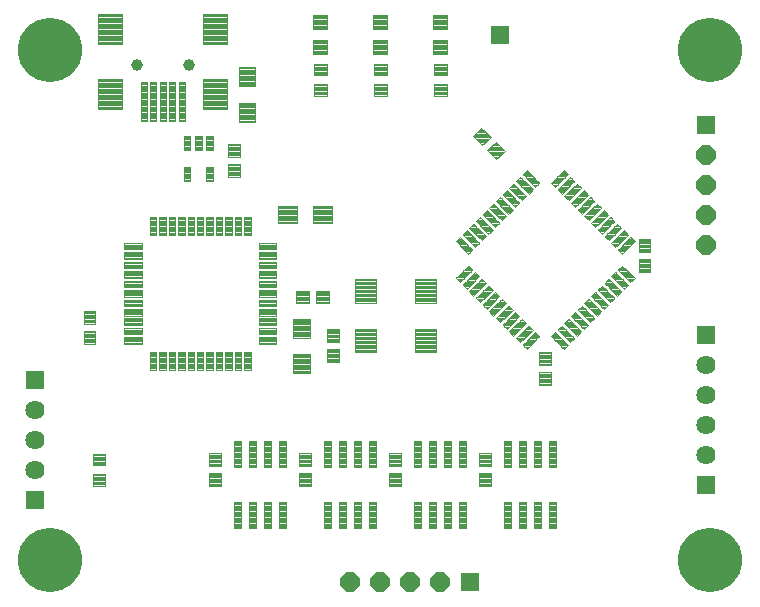
<source format=gts>
G75*
G70*
%OFA0B0*%
%FSLAX24Y24*%
%IPPOS*%
%LPD*%
%AMOC8*
5,1,8,0,0,1.08239X$1,22.5*
%
%ADD10C,0.0041*%
%ADD11R,0.0640X0.0640*%
%ADD12OC8,0.0640*%
%ADD13C,0.0043*%
%ADD14C,0.0041*%
%ADD15C,0.0045*%
%ADD16C,0.2140*%
%ADD17C,0.0640*%
%ADD18C,0.0041*%
%ADD19C,0.0040*%
%ADD20C,0.0041*%
%ADD21C,0.0041*%
%ADD22C,0.0394*%
D10*
X009749Y009992D02*
X009985Y009992D01*
X009749Y009992D02*
X009749Y010858D01*
X009985Y010858D01*
X009985Y009992D01*
X009985Y010032D02*
X009749Y010032D01*
X009749Y010072D02*
X009985Y010072D01*
X009985Y010112D02*
X009749Y010112D01*
X009749Y010152D02*
X009985Y010152D01*
X009985Y010192D02*
X009749Y010192D01*
X009749Y010232D02*
X009985Y010232D01*
X009985Y010272D02*
X009749Y010272D01*
X009749Y010312D02*
X009985Y010312D01*
X009985Y010352D02*
X009749Y010352D01*
X009749Y010392D02*
X009985Y010392D01*
X009985Y010432D02*
X009749Y010432D01*
X009749Y010472D02*
X009985Y010472D01*
X009985Y010512D02*
X009749Y010512D01*
X009749Y010552D02*
X009985Y010552D01*
X009985Y010592D02*
X009749Y010592D01*
X009749Y010632D02*
X009985Y010632D01*
X009985Y010672D02*
X009749Y010672D01*
X009749Y010712D02*
X009985Y010712D01*
X009985Y010752D02*
X009749Y010752D01*
X009749Y010792D02*
X009985Y010792D01*
X009985Y010832D02*
X009749Y010832D01*
X010249Y009992D02*
X010485Y009992D01*
X010249Y009992D02*
X010249Y010858D01*
X010485Y010858D01*
X010485Y009992D01*
X010485Y010032D02*
X010249Y010032D01*
X010249Y010072D02*
X010485Y010072D01*
X010485Y010112D02*
X010249Y010112D01*
X010249Y010152D02*
X010485Y010152D01*
X010485Y010192D02*
X010249Y010192D01*
X010249Y010232D02*
X010485Y010232D01*
X010485Y010272D02*
X010249Y010272D01*
X010249Y010312D02*
X010485Y010312D01*
X010485Y010352D02*
X010249Y010352D01*
X010249Y010392D02*
X010485Y010392D01*
X010485Y010432D02*
X010249Y010432D01*
X010249Y010472D02*
X010485Y010472D01*
X010485Y010512D02*
X010249Y010512D01*
X010249Y010552D02*
X010485Y010552D01*
X010485Y010592D02*
X010249Y010592D01*
X010249Y010632D02*
X010485Y010632D01*
X010485Y010672D02*
X010249Y010672D01*
X010249Y010712D02*
X010485Y010712D01*
X010485Y010752D02*
X010249Y010752D01*
X010249Y010792D02*
X010485Y010792D01*
X010485Y010832D02*
X010249Y010832D01*
X010749Y009992D02*
X010985Y009992D01*
X010749Y009992D02*
X010749Y010858D01*
X010985Y010858D01*
X010985Y009992D01*
X010985Y010032D02*
X010749Y010032D01*
X010749Y010072D02*
X010985Y010072D01*
X010985Y010112D02*
X010749Y010112D01*
X010749Y010152D02*
X010985Y010152D01*
X010985Y010192D02*
X010749Y010192D01*
X010749Y010232D02*
X010985Y010232D01*
X010985Y010272D02*
X010749Y010272D01*
X010749Y010312D02*
X010985Y010312D01*
X010985Y010352D02*
X010749Y010352D01*
X010749Y010392D02*
X010985Y010392D01*
X010985Y010432D02*
X010749Y010432D01*
X010749Y010472D02*
X010985Y010472D01*
X010985Y010512D02*
X010749Y010512D01*
X010749Y010552D02*
X010985Y010552D01*
X010985Y010592D02*
X010749Y010592D01*
X010749Y010632D02*
X010985Y010632D01*
X010985Y010672D02*
X010749Y010672D01*
X010749Y010712D02*
X010985Y010712D01*
X010985Y010752D02*
X010749Y010752D01*
X010749Y010792D02*
X010985Y010792D01*
X010985Y010832D02*
X010749Y010832D01*
X011249Y009992D02*
X011485Y009992D01*
X011249Y009992D02*
X011249Y010858D01*
X011485Y010858D01*
X011485Y009992D01*
X011485Y010032D02*
X011249Y010032D01*
X011249Y010072D02*
X011485Y010072D01*
X011485Y010112D02*
X011249Y010112D01*
X011249Y010152D02*
X011485Y010152D01*
X011485Y010192D02*
X011249Y010192D01*
X011249Y010232D02*
X011485Y010232D01*
X011485Y010272D02*
X011249Y010272D01*
X011249Y010312D02*
X011485Y010312D01*
X011485Y010352D02*
X011249Y010352D01*
X011249Y010392D02*
X011485Y010392D01*
X011485Y010432D02*
X011249Y010432D01*
X011249Y010472D02*
X011485Y010472D01*
X011485Y010512D02*
X011249Y010512D01*
X011249Y010552D02*
X011485Y010552D01*
X011485Y010592D02*
X011249Y010592D01*
X011249Y010632D02*
X011485Y010632D01*
X011485Y010672D02*
X011249Y010672D01*
X011249Y010712D02*
X011485Y010712D01*
X011485Y010752D02*
X011249Y010752D01*
X011249Y010792D02*
X011485Y010792D01*
X011485Y010832D02*
X011249Y010832D01*
X011249Y012039D02*
X011485Y012039D01*
X011249Y012039D02*
X011249Y012905D01*
X011485Y012905D01*
X011485Y012039D01*
X011485Y012079D02*
X011249Y012079D01*
X011249Y012119D02*
X011485Y012119D01*
X011485Y012159D02*
X011249Y012159D01*
X011249Y012199D02*
X011485Y012199D01*
X011485Y012239D02*
X011249Y012239D01*
X011249Y012279D02*
X011485Y012279D01*
X011485Y012319D02*
X011249Y012319D01*
X011249Y012359D02*
X011485Y012359D01*
X011485Y012399D02*
X011249Y012399D01*
X011249Y012439D02*
X011485Y012439D01*
X011485Y012479D02*
X011249Y012479D01*
X011249Y012519D02*
X011485Y012519D01*
X011485Y012559D02*
X011249Y012559D01*
X011249Y012599D02*
X011485Y012599D01*
X011485Y012639D02*
X011249Y012639D01*
X011249Y012679D02*
X011485Y012679D01*
X011485Y012719D02*
X011249Y012719D01*
X011249Y012759D02*
X011485Y012759D01*
X011485Y012799D02*
X011249Y012799D01*
X011249Y012839D02*
X011485Y012839D01*
X011485Y012879D02*
X011249Y012879D01*
X010985Y012039D02*
X010749Y012039D01*
X010749Y012905D01*
X010985Y012905D01*
X010985Y012039D01*
X010985Y012079D02*
X010749Y012079D01*
X010749Y012119D02*
X010985Y012119D01*
X010985Y012159D02*
X010749Y012159D01*
X010749Y012199D02*
X010985Y012199D01*
X010985Y012239D02*
X010749Y012239D01*
X010749Y012279D02*
X010985Y012279D01*
X010985Y012319D02*
X010749Y012319D01*
X010749Y012359D02*
X010985Y012359D01*
X010985Y012399D02*
X010749Y012399D01*
X010749Y012439D02*
X010985Y012439D01*
X010985Y012479D02*
X010749Y012479D01*
X010749Y012519D02*
X010985Y012519D01*
X010985Y012559D02*
X010749Y012559D01*
X010749Y012599D02*
X010985Y012599D01*
X010985Y012639D02*
X010749Y012639D01*
X010749Y012679D02*
X010985Y012679D01*
X010985Y012719D02*
X010749Y012719D01*
X010749Y012759D02*
X010985Y012759D01*
X010985Y012799D02*
X010749Y012799D01*
X010749Y012839D02*
X010985Y012839D01*
X010985Y012879D02*
X010749Y012879D01*
X010485Y012039D02*
X010249Y012039D01*
X010249Y012905D01*
X010485Y012905D01*
X010485Y012039D01*
X010485Y012079D02*
X010249Y012079D01*
X010249Y012119D02*
X010485Y012119D01*
X010485Y012159D02*
X010249Y012159D01*
X010249Y012199D02*
X010485Y012199D01*
X010485Y012239D02*
X010249Y012239D01*
X010249Y012279D02*
X010485Y012279D01*
X010485Y012319D02*
X010249Y012319D01*
X010249Y012359D02*
X010485Y012359D01*
X010485Y012399D02*
X010249Y012399D01*
X010249Y012439D02*
X010485Y012439D01*
X010485Y012479D02*
X010249Y012479D01*
X010249Y012519D02*
X010485Y012519D01*
X010485Y012559D02*
X010249Y012559D01*
X010249Y012599D02*
X010485Y012599D01*
X010485Y012639D02*
X010249Y012639D01*
X010249Y012679D02*
X010485Y012679D01*
X010485Y012719D02*
X010249Y012719D01*
X010249Y012759D02*
X010485Y012759D01*
X010485Y012799D02*
X010249Y012799D01*
X010249Y012839D02*
X010485Y012839D01*
X010485Y012879D02*
X010249Y012879D01*
X009985Y012039D02*
X009749Y012039D01*
X009749Y012905D01*
X009985Y012905D01*
X009985Y012039D01*
X009985Y012079D02*
X009749Y012079D01*
X009749Y012119D02*
X009985Y012119D01*
X009985Y012159D02*
X009749Y012159D01*
X009749Y012199D02*
X009985Y012199D01*
X009985Y012239D02*
X009749Y012239D01*
X009749Y012279D02*
X009985Y012279D01*
X009985Y012319D02*
X009749Y012319D01*
X009749Y012359D02*
X009985Y012359D01*
X009985Y012399D02*
X009749Y012399D01*
X009749Y012439D02*
X009985Y012439D01*
X009985Y012479D02*
X009749Y012479D01*
X009749Y012519D02*
X009985Y012519D01*
X009985Y012559D02*
X009749Y012559D01*
X009749Y012599D02*
X009985Y012599D01*
X009985Y012639D02*
X009749Y012639D01*
X009749Y012679D02*
X009985Y012679D01*
X009985Y012719D02*
X009749Y012719D01*
X009749Y012759D02*
X009985Y012759D01*
X009985Y012799D02*
X009749Y012799D01*
X009749Y012839D02*
X009985Y012839D01*
X009985Y012879D02*
X009749Y012879D01*
X012749Y012039D02*
X012985Y012039D01*
X012749Y012039D02*
X012749Y012905D01*
X012985Y012905D01*
X012985Y012039D01*
X012985Y012079D02*
X012749Y012079D01*
X012749Y012119D02*
X012985Y012119D01*
X012985Y012159D02*
X012749Y012159D01*
X012749Y012199D02*
X012985Y012199D01*
X012985Y012239D02*
X012749Y012239D01*
X012749Y012279D02*
X012985Y012279D01*
X012985Y012319D02*
X012749Y012319D01*
X012749Y012359D02*
X012985Y012359D01*
X012985Y012399D02*
X012749Y012399D01*
X012749Y012439D02*
X012985Y012439D01*
X012985Y012479D02*
X012749Y012479D01*
X012749Y012519D02*
X012985Y012519D01*
X012985Y012559D02*
X012749Y012559D01*
X012749Y012599D02*
X012985Y012599D01*
X012985Y012639D02*
X012749Y012639D01*
X012749Y012679D02*
X012985Y012679D01*
X012985Y012719D02*
X012749Y012719D01*
X012749Y012759D02*
X012985Y012759D01*
X012985Y012799D02*
X012749Y012799D01*
X012749Y012839D02*
X012985Y012839D01*
X012985Y012879D02*
X012749Y012879D01*
X013249Y012039D02*
X013485Y012039D01*
X013249Y012039D02*
X013249Y012905D01*
X013485Y012905D01*
X013485Y012039D01*
X013485Y012079D02*
X013249Y012079D01*
X013249Y012119D02*
X013485Y012119D01*
X013485Y012159D02*
X013249Y012159D01*
X013249Y012199D02*
X013485Y012199D01*
X013485Y012239D02*
X013249Y012239D01*
X013249Y012279D02*
X013485Y012279D01*
X013485Y012319D02*
X013249Y012319D01*
X013249Y012359D02*
X013485Y012359D01*
X013485Y012399D02*
X013249Y012399D01*
X013249Y012439D02*
X013485Y012439D01*
X013485Y012479D02*
X013249Y012479D01*
X013249Y012519D02*
X013485Y012519D01*
X013485Y012559D02*
X013249Y012559D01*
X013249Y012599D02*
X013485Y012599D01*
X013485Y012639D02*
X013249Y012639D01*
X013249Y012679D02*
X013485Y012679D01*
X013485Y012719D02*
X013249Y012719D01*
X013249Y012759D02*
X013485Y012759D01*
X013485Y012799D02*
X013249Y012799D01*
X013249Y012839D02*
X013485Y012839D01*
X013485Y012879D02*
X013249Y012879D01*
X013749Y012039D02*
X013985Y012039D01*
X013749Y012039D02*
X013749Y012905D01*
X013985Y012905D01*
X013985Y012039D01*
X013985Y012079D02*
X013749Y012079D01*
X013749Y012119D02*
X013985Y012119D01*
X013985Y012159D02*
X013749Y012159D01*
X013749Y012199D02*
X013985Y012199D01*
X013985Y012239D02*
X013749Y012239D01*
X013749Y012279D02*
X013985Y012279D01*
X013985Y012319D02*
X013749Y012319D01*
X013749Y012359D02*
X013985Y012359D01*
X013985Y012399D02*
X013749Y012399D01*
X013749Y012439D02*
X013985Y012439D01*
X013985Y012479D02*
X013749Y012479D01*
X013749Y012519D02*
X013985Y012519D01*
X013985Y012559D02*
X013749Y012559D01*
X013749Y012599D02*
X013985Y012599D01*
X013985Y012639D02*
X013749Y012639D01*
X013749Y012679D02*
X013985Y012679D01*
X013985Y012719D02*
X013749Y012719D01*
X013749Y012759D02*
X013985Y012759D01*
X013985Y012799D02*
X013749Y012799D01*
X013749Y012839D02*
X013985Y012839D01*
X013985Y012879D02*
X013749Y012879D01*
X014249Y012039D02*
X014485Y012039D01*
X014249Y012039D02*
X014249Y012905D01*
X014485Y012905D01*
X014485Y012039D01*
X014485Y012079D02*
X014249Y012079D01*
X014249Y012119D02*
X014485Y012119D01*
X014485Y012159D02*
X014249Y012159D01*
X014249Y012199D02*
X014485Y012199D01*
X014485Y012239D02*
X014249Y012239D01*
X014249Y012279D02*
X014485Y012279D01*
X014485Y012319D02*
X014249Y012319D01*
X014249Y012359D02*
X014485Y012359D01*
X014485Y012399D02*
X014249Y012399D01*
X014249Y012439D02*
X014485Y012439D01*
X014485Y012479D02*
X014249Y012479D01*
X014249Y012519D02*
X014485Y012519D01*
X014485Y012559D02*
X014249Y012559D01*
X014249Y012599D02*
X014485Y012599D01*
X014485Y012639D02*
X014249Y012639D01*
X014249Y012679D02*
X014485Y012679D01*
X014485Y012719D02*
X014249Y012719D01*
X014249Y012759D02*
X014485Y012759D01*
X014485Y012799D02*
X014249Y012799D01*
X014249Y012839D02*
X014485Y012839D01*
X014485Y012879D02*
X014249Y012879D01*
X015749Y012039D02*
X015985Y012039D01*
X015749Y012039D02*
X015749Y012905D01*
X015985Y012905D01*
X015985Y012039D01*
X015985Y012079D02*
X015749Y012079D01*
X015749Y012119D02*
X015985Y012119D01*
X015985Y012159D02*
X015749Y012159D01*
X015749Y012199D02*
X015985Y012199D01*
X015985Y012239D02*
X015749Y012239D01*
X015749Y012279D02*
X015985Y012279D01*
X015985Y012319D02*
X015749Y012319D01*
X015749Y012359D02*
X015985Y012359D01*
X015985Y012399D02*
X015749Y012399D01*
X015749Y012439D02*
X015985Y012439D01*
X015985Y012479D02*
X015749Y012479D01*
X015749Y012519D02*
X015985Y012519D01*
X015985Y012559D02*
X015749Y012559D01*
X015749Y012599D02*
X015985Y012599D01*
X015985Y012639D02*
X015749Y012639D01*
X015749Y012679D02*
X015985Y012679D01*
X015985Y012719D02*
X015749Y012719D01*
X015749Y012759D02*
X015985Y012759D01*
X015985Y012799D02*
X015749Y012799D01*
X015749Y012839D02*
X015985Y012839D01*
X015985Y012879D02*
X015749Y012879D01*
X016249Y012039D02*
X016485Y012039D01*
X016249Y012039D02*
X016249Y012905D01*
X016485Y012905D01*
X016485Y012039D01*
X016485Y012079D02*
X016249Y012079D01*
X016249Y012119D02*
X016485Y012119D01*
X016485Y012159D02*
X016249Y012159D01*
X016249Y012199D02*
X016485Y012199D01*
X016485Y012239D02*
X016249Y012239D01*
X016249Y012279D02*
X016485Y012279D01*
X016485Y012319D02*
X016249Y012319D01*
X016249Y012359D02*
X016485Y012359D01*
X016485Y012399D02*
X016249Y012399D01*
X016249Y012439D02*
X016485Y012439D01*
X016485Y012479D02*
X016249Y012479D01*
X016249Y012519D02*
X016485Y012519D01*
X016485Y012559D02*
X016249Y012559D01*
X016249Y012599D02*
X016485Y012599D01*
X016485Y012639D02*
X016249Y012639D01*
X016249Y012679D02*
X016485Y012679D01*
X016485Y012719D02*
X016249Y012719D01*
X016249Y012759D02*
X016485Y012759D01*
X016485Y012799D02*
X016249Y012799D01*
X016249Y012839D02*
X016485Y012839D01*
X016485Y012879D02*
X016249Y012879D01*
X016749Y012039D02*
X016985Y012039D01*
X016749Y012039D02*
X016749Y012905D01*
X016985Y012905D01*
X016985Y012039D01*
X016985Y012079D02*
X016749Y012079D01*
X016749Y012119D02*
X016985Y012119D01*
X016985Y012159D02*
X016749Y012159D01*
X016749Y012199D02*
X016985Y012199D01*
X016985Y012239D02*
X016749Y012239D01*
X016749Y012279D02*
X016985Y012279D01*
X016985Y012319D02*
X016749Y012319D01*
X016749Y012359D02*
X016985Y012359D01*
X016985Y012399D02*
X016749Y012399D01*
X016749Y012439D02*
X016985Y012439D01*
X016985Y012479D02*
X016749Y012479D01*
X016749Y012519D02*
X016985Y012519D01*
X016985Y012559D02*
X016749Y012559D01*
X016749Y012599D02*
X016985Y012599D01*
X016985Y012639D02*
X016749Y012639D01*
X016749Y012679D02*
X016985Y012679D01*
X016985Y012719D02*
X016749Y012719D01*
X016749Y012759D02*
X016985Y012759D01*
X016985Y012799D02*
X016749Y012799D01*
X016749Y012839D02*
X016985Y012839D01*
X016985Y012879D02*
X016749Y012879D01*
X017249Y012039D02*
X017485Y012039D01*
X017249Y012039D02*
X017249Y012905D01*
X017485Y012905D01*
X017485Y012039D01*
X017485Y012079D02*
X017249Y012079D01*
X017249Y012119D02*
X017485Y012119D01*
X017485Y012159D02*
X017249Y012159D01*
X017249Y012199D02*
X017485Y012199D01*
X017485Y012239D02*
X017249Y012239D01*
X017249Y012279D02*
X017485Y012279D01*
X017485Y012319D02*
X017249Y012319D01*
X017249Y012359D02*
X017485Y012359D01*
X017485Y012399D02*
X017249Y012399D01*
X017249Y012439D02*
X017485Y012439D01*
X017485Y012479D02*
X017249Y012479D01*
X017249Y012519D02*
X017485Y012519D01*
X017485Y012559D02*
X017249Y012559D01*
X017249Y012599D02*
X017485Y012599D01*
X017485Y012639D02*
X017249Y012639D01*
X017249Y012679D02*
X017485Y012679D01*
X017485Y012719D02*
X017249Y012719D01*
X017249Y012759D02*
X017485Y012759D01*
X017485Y012799D02*
X017249Y012799D01*
X017249Y012839D02*
X017485Y012839D01*
X017485Y012879D02*
X017249Y012879D01*
X018749Y012039D02*
X018985Y012039D01*
X018749Y012039D02*
X018749Y012905D01*
X018985Y012905D01*
X018985Y012039D01*
X018985Y012079D02*
X018749Y012079D01*
X018749Y012119D02*
X018985Y012119D01*
X018985Y012159D02*
X018749Y012159D01*
X018749Y012199D02*
X018985Y012199D01*
X018985Y012239D02*
X018749Y012239D01*
X018749Y012279D02*
X018985Y012279D01*
X018985Y012319D02*
X018749Y012319D01*
X018749Y012359D02*
X018985Y012359D01*
X018985Y012399D02*
X018749Y012399D01*
X018749Y012439D02*
X018985Y012439D01*
X018985Y012479D02*
X018749Y012479D01*
X018749Y012519D02*
X018985Y012519D01*
X018985Y012559D02*
X018749Y012559D01*
X018749Y012599D02*
X018985Y012599D01*
X018985Y012639D02*
X018749Y012639D01*
X018749Y012679D02*
X018985Y012679D01*
X018985Y012719D02*
X018749Y012719D01*
X018749Y012759D02*
X018985Y012759D01*
X018985Y012799D02*
X018749Y012799D01*
X018749Y012839D02*
X018985Y012839D01*
X018985Y012879D02*
X018749Y012879D01*
X019249Y012039D02*
X019485Y012039D01*
X019249Y012039D02*
X019249Y012905D01*
X019485Y012905D01*
X019485Y012039D01*
X019485Y012079D02*
X019249Y012079D01*
X019249Y012119D02*
X019485Y012119D01*
X019485Y012159D02*
X019249Y012159D01*
X019249Y012199D02*
X019485Y012199D01*
X019485Y012239D02*
X019249Y012239D01*
X019249Y012279D02*
X019485Y012279D01*
X019485Y012319D02*
X019249Y012319D01*
X019249Y012359D02*
X019485Y012359D01*
X019485Y012399D02*
X019249Y012399D01*
X019249Y012439D02*
X019485Y012439D01*
X019485Y012479D02*
X019249Y012479D01*
X019249Y012519D02*
X019485Y012519D01*
X019485Y012559D02*
X019249Y012559D01*
X019249Y012599D02*
X019485Y012599D01*
X019485Y012639D02*
X019249Y012639D01*
X019249Y012679D02*
X019485Y012679D01*
X019485Y012719D02*
X019249Y012719D01*
X019249Y012759D02*
X019485Y012759D01*
X019485Y012799D02*
X019249Y012799D01*
X019249Y012839D02*
X019485Y012839D01*
X019485Y012879D02*
X019249Y012879D01*
X019749Y012039D02*
X019985Y012039D01*
X019749Y012039D02*
X019749Y012905D01*
X019985Y012905D01*
X019985Y012039D01*
X019985Y012079D02*
X019749Y012079D01*
X019749Y012119D02*
X019985Y012119D01*
X019985Y012159D02*
X019749Y012159D01*
X019749Y012199D02*
X019985Y012199D01*
X019985Y012239D02*
X019749Y012239D01*
X019749Y012279D02*
X019985Y012279D01*
X019985Y012319D02*
X019749Y012319D01*
X019749Y012359D02*
X019985Y012359D01*
X019985Y012399D02*
X019749Y012399D01*
X019749Y012439D02*
X019985Y012439D01*
X019985Y012479D02*
X019749Y012479D01*
X019749Y012519D02*
X019985Y012519D01*
X019985Y012559D02*
X019749Y012559D01*
X019749Y012599D02*
X019985Y012599D01*
X019985Y012639D02*
X019749Y012639D01*
X019749Y012679D02*
X019985Y012679D01*
X019985Y012719D02*
X019749Y012719D01*
X019749Y012759D02*
X019985Y012759D01*
X019985Y012799D02*
X019749Y012799D01*
X019749Y012839D02*
X019985Y012839D01*
X019985Y012879D02*
X019749Y012879D01*
X020249Y012039D02*
X020485Y012039D01*
X020249Y012039D02*
X020249Y012905D01*
X020485Y012905D01*
X020485Y012039D01*
X020485Y012079D02*
X020249Y012079D01*
X020249Y012119D02*
X020485Y012119D01*
X020485Y012159D02*
X020249Y012159D01*
X020249Y012199D02*
X020485Y012199D01*
X020485Y012239D02*
X020249Y012239D01*
X020249Y012279D02*
X020485Y012279D01*
X020485Y012319D02*
X020249Y012319D01*
X020249Y012359D02*
X020485Y012359D01*
X020485Y012399D02*
X020249Y012399D01*
X020249Y012439D02*
X020485Y012439D01*
X020485Y012479D02*
X020249Y012479D01*
X020249Y012519D02*
X020485Y012519D01*
X020485Y012559D02*
X020249Y012559D01*
X020249Y012599D02*
X020485Y012599D01*
X020485Y012639D02*
X020249Y012639D01*
X020249Y012679D02*
X020485Y012679D01*
X020485Y012719D02*
X020249Y012719D01*
X020249Y012759D02*
X020485Y012759D01*
X020485Y012799D02*
X020249Y012799D01*
X020249Y012839D02*
X020485Y012839D01*
X020485Y012879D02*
X020249Y012879D01*
X020249Y009992D02*
X020485Y009992D01*
X020249Y009992D02*
X020249Y010858D01*
X020485Y010858D01*
X020485Y009992D01*
X020485Y010032D02*
X020249Y010032D01*
X020249Y010072D02*
X020485Y010072D01*
X020485Y010112D02*
X020249Y010112D01*
X020249Y010152D02*
X020485Y010152D01*
X020485Y010192D02*
X020249Y010192D01*
X020249Y010232D02*
X020485Y010232D01*
X020485Y010272D02*
X020249Y010272D01*
X020249Y010312D02*
X020485Y010312D01*
X020485Y010352D02*
X020249Y010352D01*
X020249Y010392D02*
X020485Y010392D01*
X020485Y010432D02*
X020249Y010432D01*
X020249Y010472D02*
X020485Y010472D01*
X020485Y010512D02*
X020249Y010512D01*
X020249Y010552D02*
X020485Y010552D01*
X020485Y010592D02*
X020249Y010592D01*
X020249Y010632D02*
X020485Y010632D01*
X020485Y010672D02*
X020249Y010672D01*
X020249Y010712D02*
X020485Y010712D01*
X020485Y010752D02*
X020249Y010752D01*
X020249Y010792D02*
X020485Y010792D01*
X020485Y010832D02*
X020249Y010832D01*
X019985Y009992D02*
X019749Y009992D01*
X019749Y010858D01*
X019985Y010858D01*
X019985Y009992D01*
X019985Y010032D02*
X019749Y010032D01*
X019749Y010072D02*
X019985Y010072D01*
X019985Y010112D02*
X019749Y010112D01*
X019749Y010152D02*
X019985Y010152D01*
X019985Y010192D02*
X019749Y010192D01*
X019749Y010232D02*
X019985Y010232D01*
X019985Y010272D02*
X019749Y010272D01*
X019749Y010312D02*
X019985Y010312D01*
X019985Y010352D02*
X019749Y010352D01*
X019749Y010392D02*
X019985Y010392D01*
X019985Y010432D02*
X019749Y010432D01*
X019749Y010472D02*
X019985Y010472D01*
X019985Y010512D02*
X019749Y010512D01*
X019749Y010552D02*
X019985Y010552D01*
X019985Y010592D02*
X019749Y010592D01*
X019749Y010632D02*
X019985Y010632D01*
X019985Y010672D02*
X019749Y010672D01*
X019749Y010712D02*
X019985Y010712D01*
X019985Y010752D02*
X019749Y010752D01*
X019749Y010792D02*
X019985Y010792D01*
X019985Y010832D02*
X019749Y010832D01*
X019485Y009992D02*
X019249Y009992D01*
X019249Y010858D01*
X019485Y010858D01*
X019485Y009992D01*
X019485Y010032D02*
X019249Y010032D01*
X019249Y010072D02*
X019485Y010072D01*
X019485Y010112D02*
X019249Y010112D01*
X019249Y010152D02*
X019485Y010152D01*
X019485Y010192D02*
X019249Y010192D01*
X019249Y010232D02*
X019485Y010232D01*
X019485Y010272D02*
X019249Y010272D01*
X019249Y010312D02*
X019485Y010312D01*
X019485Y010352D02*
X019249Y010352D01*
X019249Y010392D02*
X019485Y010392D01*
X019485Y010432D02*
X019249Y010432D01*
X019249Y010472D02*
X019485Y010472D01*
X019485Y010512D02*
X019249Y010512D01*
X019249Y010552D02*
X019485Y010552D01*
X019485Y010592D02*
X019249Y010592D01*
X019249Y010632D02*
X019485Y010632D01*
X019485Y010672D02*
X019249Y010672D01*
X019249Y010712D02*
X019485Y010712D01*
X019485Y010752D02*
X019249Y010752D01*
X019249Y010792D02*
X019485Y010792D01*
X019485Y010832D02*
X019249Y010832D01*
X018985Y009992D02*
X018749Y009992D01*
X018749Y010858D01*
X018985Y010858D01*
X018985Y009992D01*
X018985Y010032D02*
X018749Y010032D01*
X018749Y010072D02*
X018985Y010072D01*
X018985Y010112D02*
X018749Y010112D01*
X018749Y010152D02*
X018985Y010152D01*
X018985Y010192D02*
X018749Y010192D01*
X018749Y010232D02*
X018985Y010232D01*
X018985Y010272D02*
X018749Y010272D01*
X018749Y010312D02*
X018985Y010312D01*
X018985Y010352D02*
X018749Y010352D01*
X018749Y010392D02*
X018985Y010392D01*
X018985Y010432D02*
X018749Y010432D01*
X018749Y010472D02*
X018985Y010472D01*
X018985Y010512D02*
X018749Y010512D01*
X018749Y010552D02*
X018985Y010552D01*
X018985Y010592D02*
X018749Y010592D01*
X018749Y010632D02*
X018985Y010632D01*
X018985Y010672D02*
X018749Y010672D01*
X018749Y010712D02*
X018985Y010712D01*
X018985Y010752D02*
X018749Y010752D01*
X018749Y010792D02*
X018985Y010792D01*
X018985Y010832D02*
X018749Y010832D01*
X017485Y009992D02*
X017249Y009992D01*
X017249Y010858D01*
X017485Y010858D01*
X017485Y009992D01*
X017485Y010032D02*
X017249Y010032D01*
X017249Y010072D02*
X017485Y010072D01*
X017485Y010112D02*
X017249Y010112D01*
X017249Y010152D02*
X017485Y010152D01*
X017485Y010192D02*
X017249Y010192D01*
X017249Y010232D02*
X017485Y010232D01*
X017485Y010272D02*
X017249Y010272D01*
X017249Y010312D02*
X017485Y010312D01*
X017485Y010352D02*
X017249Y010352D01*
X017249Y010392D02*
X017485Y010392D01*
X017485Y010432D02*
X017249Y010432D01*
X017249Y010472D02*
X017485Y010472D01*
X017485Y010512D02*
X017249Y010512D01*
X017249Y010552D02*
X017485Y010552D01*
X017485Y010592D02*
X017249Y010592D01*
X017249Y010632D02*
X017485Y010632D01*
X017485Y010672D02*
X017249Y010672D01*
X017249Y010712D02*
X017485Y010712D01*
X017485Y010752D02*
X017249Y010752D01*
X017249Y010792D02*
X017485Y010792D01*
X017485Y010832D02*
X017249Y010832D01*
X016985Y009992D02*
X016749Y009992D01*
X016749Y010858D01*
X016985Y010858D01*
X016985Y009992D01*
X016985Y010032D02*
X016749Y010032D01*
X016749Y010072D02*
X016985Y010072D01*
X016985Y010112D02*
X016749Y010112D01*
X016749Y010152D02*
X016985Y010152D01*
X016985Y010192D02*
X016749Y010192D01*
X016749Y010232D02*
X016985Y010232D01*
X016985Y010272D02*
X016749Y010272D01*
X016749Y010312D02*
X016985Y010312D01*
X016985Y010352D02*
X016749Y010352D01*
X016749Y010392D02*
X016985Y010392D01*
X016985Y010432D02*
X016749Y010432D01*
X016749Y010472D02*
X016985Y010472D01*
X016985Y010512D02*
X016749Y010512D01*
X016749Y010552D02*
X016985Y010552D01*
X016985Y010592D02*
X016749Y010592D01*
X016749Y010632D02*
X016985Y010632D01*
X016985Y010672D02*
X016749Y010672D01*
X016749Y010712D02*
X016985Y010712D01*
X016985Y010752D02*
X016749Y010752D01*
X016749Y010792D02*
X016985Y010792D01*
X016985Y010832D02*
X016749Y010832D01*
X016485Y009992D02*
X016249Y009992D01*
X016249Y010858D01*
X016485Y010858D01*
X016485Y009992D01*
X016485Y010032D02*
X016249Y010032D01*
X016249Y010072D02*
X016485Y010072D01*
X016485Y010112D02*
X016249Y010112D01*
X016249Y010152D02*
X016485Y010152D01*
X016485Y010192D02*
X016249Y010192D01*
X016249Y010232D02*
X016485Y010232D01*
X016485Y010272D02*
X016249Y010272D01*
X016249Y010312D02*
X016485Y010312D01*
X016485Y010352D02*
X016249Y010352D01*
X016249Y010392D02*
X016485Y010392D01*
X016485Y010432D02*
X016249Y010432D01*
X016249Y010472D02*
X016485Y010472D01*
X016485Y010512D02*
X016249Y010512D01*
X016249Y010552D02*
X016485Y010552D01*
X016485Y010592D02*
X016249Y010592D01*
X016249Y010632D02*
X016485Y010632D01*
X016485Y010672D02*
X016249Y010672D01*
X016249Y010712D02*
X016485Y010712D01*
X016485Y010752D02*
X016249Y010752D01*
X016249Y010792D02*
X016485Y010792D01*
X016485Y010832D02*
X016249Y010832D01*
X015985Y009992D02*
X015749Y009992D01*
X015749Y010858D01*
X015985Y010858D01*
X015985Y009992D01*
X015985Y010032D02*
X015749Y010032D01*
X015749Y010072D02*
X015985Y010072D01*
X015985Y010112D02*
X015749Y010112D01*
X015749Y010152D02*
X015985Y010152D01*
X015985Y010192D02*
X015749Y010192D01*
X015749Y010232D02*
X015985Y010232D01*
X015985Y010272D02*
X015749Y010272D01*
X015749Y010312D02*
X015985Y010312D01*
X015985Y010352D02*
X015749Y010352D01*
X015749Y010392D02*
X015985Y010392D01*
X015985Y010432D02*
X015749Y010432D01*
X015749Y010472D02*
X015985Y010472D01*
X015985Y010512D02*
X015749Y010512D01*
X015749Y010552D02*
X015985Y010552D01*
X015985Y010592D02*
X015749Y010592D01*
X015749Y010632D02*
X015985Y010632D01*
X015985Y010672D02*
X015749Y010672D01*
X015749Y010712D02*
X015985Y010712D01*
X015985Y010752D02*
X015749Y010752D01*
X015749Y010792D02*
X015985Y010792D01*
X015985Y010832D02*
X015749Y010832D01*
X014485Y009992D02*
X014249Y009992D01*
X014249Y010858D01*
X014485Y010858D01*
X014485Y009992D01*
X014485Y010032D02*
X014249Y010032D01*
X014249Y010072D02*
X014485Y010072D01*
X014485Y010112D02*
X014249Y010112D01*
X014249Y010152D02*
X014485Y010152D01*
X014485Y010192D02*
X014249Y010192D01*
X014249Y010232D02*
X014485Y010232D01*
X014485Y010272D02*
X014249Y010272D01*
X014249Y010312D02*
X014485Y010312D01*
X014485Y010352D02*
X014249Y010352D01*
X014249Y010392D02*
X014485Y010392D01*
X014485Y010432D02*
X014249Y010432D01*
X014249Y010472D02*
X014485Y010472D01*
X014485Y010512D02*
X014249Y010512D01*
X014249Y010552D02*
X014485Y010552D01*
X014485Y010592D02*
X014249Y010592D01*
X014249Y010632D02*
X014485Y010632D01*
X014485Y010672D02*
X014249Y010672D01*
X014249Y010712D02*
X014485Y010712D01*
X014485Y010752D02*
X014249Y010752D01*
X014249Y010792D02*
X014485Y010792D01*
X014485Y010832D02*
X014249Y010832D01*
X013985Y009992D02*
X013749Y009992D01*
X013749Y010858D01*
X013985Y010858D01*
X013985Y009992D01*
X013985Y010032D02*
X013749Y010032D01*
X013749Y010072D02*
X013985Y010072D01*
X013985Y010112D02*
X013749Y010112D01*
X013749Y010152D02*
X013985Y010152D01*
X013985Y010192D02*
X013749Y010192D01*
X013749Y010232D02*
X013985Y010232D01*
X013985Y010272D02*
X013749Y010272D01*
X013749Y010312D02*
X013985Y010312D01*
X013985Y010352D02*
X013749Y010352D01*
X013749Y010392D02*
X013985Y010392D01*
X013985Y010432D02*
X013749Y010432D01*
X013749Y010472D02*
X013985Y010472D01*
X013985Y010512D02*
X013749Y010512D01*
X013749Y010552D02*
X013985Y010552D01*
X013985Y010592D02*
X013749Y010592D01*
X013749Y010632D02*
X013985Y010632D01*
X013985Y010672D02*
X013749Y010672D01*
X013749Y010712D02*
X013985Y010712D01*
X013985Y010752D02*
X013749Y010752D01*
X013749Y010792D02*
X013985Y010792D01*
X013985Y010832D02*
X013749Y010832D01*
X013485Y009992D02*
X013249Y009992D01*
X013249Y010858D01*
X013485Y010858D01*
X013485Y009992D01*
X013485Y010032D02*
X013249Y010032D01*
X013249Y010072D02*
X013485Y010072D01*
X013485Y010112D02*
X013249Y010112D01*
X013249Y010152D02*
X013485Y010152D01*
X013485Y010192D02*
X013249Y010192D01*
X013249Y010232D02*
X013485Y010232D01*
X013485Y010272D02*
X013249Y010272D01*
X013249Y010312D02*
X013485Y010312D01*
X013485Y010352D02*
X013249Y010352D01*
X013249Y010392D02*
X013485Y010392D01*
X013485Y010432D02*
X013249Y010432D01*
X013249Y010472D02*
X013485Y010472D01*
X013485Y010512D02*
X013249Y010512D01*
X013249Y010552D02*
X013485Y010552D01*
X013485Y010592D02*
X013249Y010592D01*
X013249Y010632D02*
X013485Y010632D01*
X013485Y010672D02*
X013249Y010672D01*
X013249Y010712D02*
X013485Y010712D01*
X013485Y010752D02*
X013249Y010752D01*
X013249Y010792D02*
X013485Y010792D01*
X013485Y010832D02*
X013249Y010832D01*
X012985Y009992D02*
X012749Y009992D01*
X012749Y010858D01*
X012985Y010858D01*
X012985Y009992D01*
X012985Y010032D02*
X012749Y010032D01*
X012749Y010072D02*
X012985Y010072D01*
X012985Y010112D02*
X012749Y010112D01*
X012749Y010152D02*
X012985Y010152D01*
X012985Y010192D02*
X012749Y010192D01*
X012749Y010232D02*
X012985Y010232D01*
X012985Y010272D02*
X012749Y010272D01*
X012749Y010312D02*
X012985Y010312D01*
X012985Y010352D02*
X012749Y010352D01*
X012749Y010392D02*
X012985Y010392D01*
X012985Y010432D02*
X012749Y010432D01*
X012749Y010472D02*
X012985Y010472D01*
X012985Y010512D02*
X012749Y010512D01*
X012749Y010552D02*
X012985Y010552D01*
X012985Y010592D02*
X012749Y010592D01*
X012749Y010632D02*
X012985Y010632D01*
X012985Y010672D02*
X012749Y010672D01*
X012749Y010712D02*
X012985Y010712D01*
X012985Y010752D02*
X012749Y010752D01*
X012749Y010792D02*
X012985Y010792D01*
X012985Y010832D02*
X012749Y010832D01*
D11*
X017617Y008198D03*
X025492Y011448D03*
X025492Y016448D03*
X025492Y023448D03*
X018617Y026448D03*
X003117Y014948D03*
X003117Y010948D03*
D12*
X013617Y008198D03*
X014617Y008198D03*
X015617Y008198D03*
X016617Y008198D03*
X025492Y019448D03*
X025492Y020448D03*
X025492Y021448D03*
X025492Y022448D03*
D13*
X023625Y019623D02*
X023625Y019193D01*
X023233Y019193D01*
X023233Y019623D01*
X023625Y019623D01*
X023625Y019235D02*
X023233Y019235D01*
X023233Y019277D02*
X023625Y019277D01*
X023625Y019319D02*
X023233Y019319D01*
X023233Y019361D02*
X023625Y019361D01*
X023625Y019403D02*
X023233Y019403D01*
X023233Y019445D02*
X023625Y019445D01*
X023625Y019487D02*
X023233Y019487D01*
X023233Y019529D02*
X023625Y019529D01*
X023625Y019571D02*
X023233Y019571D01*
X023233Y019613D02*
X023625Y019613D01*
X023625Y018954D02*
X023625Y018524D01*
X023233Y018524D01*
X023233Y018954D01*
X023625Y018954D01*
X023625Y018566D02*
X023233Y018566D01*
X023233Y018608D02*
X023625Y018608D01*
X023625Y018650D02*
X023233Y018650D01*
X023233Y018692D02*
X023625Y018692D01*
X023625Y018734D02*
X023233Y018734D01*
X023233Y018776D02*
X023625Y018776D01*
X023625Y018818D02*
X023233Y018818D01*
X023233Y018860D02*
X023625Y018860D01*
X023625Y018902D02*
X023233Y018902D01*
X023233Y018944D02*
X023625Y018944D01*
X020313Y015873D02*
X020313Y015443D01*
X019921Y015443D01*
X019921Y015873D01*
X020313Y015873D01*
X020313Y015485D02*
X019921Y015485D01*
X019921Y015527D02*
X020313Y015527D01*
X020313Y015569D02*
X019921Y015569D01*
X019921Y015611D02*
X020313Y015611D01*
X020313Y015653D02*
X019921Y015653D01*
X019921Y015695D02*
X020313Y015695D01*
X020313Y015737D02*
X019921Y015737D01*
X019921Y015779D02*
X020313Y015779D01*
X020313Y015821D02*
X019921Y015821D01*
X019921Y015863D02*
X020313Y015863D01*
X020313Y015204D02*
X020313Y014774D01*
X019921Y014774D01*
X019921Y015204D01*
X020313Y015204D01*
X020313Y014816D02*
X019921Y014816D01*
X019921Y014858D02*
X020313Y014858D01*
X020313Y014900D02*
X019921Y014900D01*
X019921Y014942D02*
X020313Y014942D01*
X020313Y014984D02*
X019921Y014984D01*
X019921Y015026D02*
X020313Y015026D01*
X020313Y015068D02*
X019921Y015068D01*
X019921Y015110D02*
X020313Y015110D01*
X020313Y015152D02*
X019921Y015152D01*
X019921Y015194D02*
X020313Y015194D01*
X018313Y012498D02*
X018313Y012068D01*
X017921Y012068D01*
X017921Y012498D01*
X018313Y012498D01*
X018313Y012110D02*
X017921Y012110D01*
X017921Y012152D02*
X018313Y012152D01*
X018313Y012194D02*
X017921Y012194D01*
X017921Y012236D02*
X018313Y012236D01*
X018313Y012278D02*
X017921Y012278D01*
X017921Y012320D02*
X018313Y012320D01*
X018313Y012362D02*
X017921Y012362D01*
X017921Y012404D02*
X018313Y012404D01*
X018313Y012446D02*
X017921Y012446D01*
X017921Y012488D02*
X018313Y012488D01*
X018313Y011829D02*
X018313Y011399D01*
X017921Y011399D01*
X017921Y011829D01*
X018313Y011829D01*
X018313Y011441D02*
X017921Y011441D01*
X017921Y011483D02*
X018313Y011483D01*
X018313Y011525D02*
X017921Y011525D01*
X017921Y011567D02*
X018313Y011567D01*
X018313Y011609D02*
X017921Y011609D01*
X017921Y011651D02*
X018313Y011651D01*
X018313Y011693D02*
X017921Y011693D01*
X017921Y011735D02*
X018313Y011735D01*
X018313Y011777D02*
X017921Y011777D01*
X017921Y011819D02*
X018313Y011819D01*
X015313Y011829D02*
X015313Y011399D01*
X014921Y011399D01*
X014921Y011829D01*
X015313Y011829D01*
X015313Y011441D02*
X014921Y011441D01*
X014921Y011483D02*
X015313Y011483D01*
X015313Y011525D02*
X014921Y011525D01*
X014921Y011567D02*
X015313Y011567D01*
X015313Y011609D02*
X014921Y011609D01*
X014921Y011651D02*
X015313Y011651D01*
X015313Y011693D02*
X014921Y011693D01*
X014921Y011735D02*
X015313Y011735D01*
X015313Y011777D02*
X014921Y011777D01*
X014921Y011819D02*
X015313Y011819D01*
X015313Y012068D02*
X015313Y012498D01*
X015313Y012068D02*
X014921Y012068D01*
X014921Y012498D01*
X015313Y012498D01*
X015313Y012110D02*
X014921Y012110D01*
X014921Y012152D02*
X015313Y012152D01*
X015313Y012194D02*
X014921Y012194D01*
X014921Y012236D02*
X015313Y012236D01*
X015313Y012278D02*
X014921Y012278D01*
X014921Y012320D02*
X015313Y012320D01*
X015313Y012362D02*
X014921Y012362D01*
X014921Y012404D02*
X015313Y012404D01*
X015313Y012446D02*
X014921Y012446D01*
X014921Y012488D02*
X015313Y012488D01*
X012313Y012498D02*
X012313Y012068D01*
X011921Y012068D01*
X011921Y012498D01*
X012313Y012498D01*
X012313Y012110D02*
X011921Y012110D01*
X011921Y012152D02*
X012313Y012152D01*
X012313Y012194D02*
X011921Y012194D01*
X011921Y012236D02*
X012313Y012236D01*
X012313Y012278D02*
X011921Y012278D01*
X011921Y012320D02*
X012313Y012320D01*
X012313Y012362D02*
X011921Y012362D01*
X011921Y012404D02*
X012313Y012404D01*
X012313Y012446D02*
X011921Y012446D01*
X011921Y012488D02*
X012313Y012488D01*
X012313Y011829D02*
X012313Y011399D01*
X011921Y011399D01*
X011921Y011829D01*
X012313Y011829D01*
X012313Y011441D02*
X011921Y011441D01*
X011921Y011483D02*
X012313Y011483D01*
X012313Y011525D02*
X011921Y011525D01*
X011921Y011567D02*
X012313Y011567D01*
X012313Y011609D02*
X011921Y011609D01*
X011921Y011651D02*
X012313Y011651D01*
X012313Y011693D02*
X011921Y011693D01*
X011921Y011735D02*
X012313Y011735D01*
X012313Y011777D02*
X011921Y011777D01*
X011921Y011819D02*
X012313Y011819D01*
X008921Y011829D02*
X008921Y011399D01*
X008921Y011829D02*
X009313Y011829D01*
X009313Y011399D01*
X008921Y011399D01*
X008921Y011441D02*
X009313Y011441D01*
X009313Y011483D02*
X008921Y011483D01*
X008921Y011525D02*
X009313Y011525D01*
X009313Y011567D02*
X008921Y011567D01*
X008921Y011609D02*
X009313Y011609D01*
X009313Y011651D02*
X008921Y011651D01*
X008921Y011693D02*
X009313Y011693D01*
X009313Y011735D02*
X008921Y011735D01*
X008921Y011777D02*
X009313Y011777D01*
X009313Y011819D02*
X008921Y011819D01*
X008921Y012068D02*
X008921Y012498D01*
X009313Y012498D01*
X009313Y012068D01*
X008921Y012068D01*
X008921Y012110D02*
X009313Y012110D01*
X009313Y012152D02*
X008921Y012152D01*
X008921Y012194D02*
X009313Y012194D01*
X009313Y012236D02*
X008921Y012236D01*
X008921Y012278D02*
X009313Y012278D01*
X009313Y012320D02*
X008921Y012320D01*
X008921Y012362D02*
X009313Y012362D01*
X009313Y012404D02*
X008921Y012404D01*
X008921Y012446D02*
X009313Y012446D01*
X009313Y012488D02*
X008921Y012488D01*
X005027Y012479D02*
X005027Y012087D01*
X005027Y012479D02*
X005457Y012479D01*
X005457Y012087D01*
X005027Y012087D01*
X005027Y012129D02*
X005457Y012129D01*
X005457Y012171D02*
X005027Y012171D01*
X005027Y012213D02*
X005457Y012213D01*
X005457Y012255D02*
X005027Y012255D01*
X005027Y012297D02*
X005457Y012297D01*
X005457Y012339D02*
X005027Y012339D01*
X005027Y012381D02*
X005457Y012381D01*
X005457Y012423D02*
X005027Y012423D01*
X005027Y012465D02*
X005457Y012465D01*
X005027Y011810D02*
X005027Y011418D01*
X005027Y011810D02*
X005457Y011810D01*
X005457Y011418D01*
X005027Y011418D01*
X005027Y011460D02*
X005457Y011460D01*
X005457Y011502D02*
X005027Y011502D01*
X005027Y011544D02*
X005457Y011544D01*
X005457Y011586D02*
X005027Y011586D01*
X005027Y011628D02*
X005457Y011628D01*
X005457Y011670D02*
X005027Y011670D01*
X005027Y011712D02*
X005457Y011712D01*
X005457Y011754D02*
X005027Y011754D01*
X005027Y011796D02*
X005457Y011796D01*
X004733Y016149D02*
X004733Y016579D01*
X005125Y016579D01*
X005125Y016149D01*
X004733Y016149D01*
X004733Y016191D02*
X005125Y016191D01*
X005125Y016233D02*
X004733Y016233D01*
X004733Y016275D02*
X005125Y016275D01*
X005125Y016317D02*
X004733Y016317D01*
X004733Y016359D02*
X005125Y016359D01*
X005125Y016401D02*
X004733Y016401D01*
X004733Y016443D02*
X005125Y016443D01*
X005125Y016485D02*
X004733Y016485D01*
X004733Y016527D02*
X005125Y016527D01*
X005125Y016569D02*
X004733Y016569D01*
X004733Y016818D02*
X004733Y017248D01*
X005125Y017248D01*
X005125Y016818D01*
X004733Y016818D01*
X004733Y016860D02*
X005125Y016860D01*
X005125Y016902D02*
X004733Y016902D01*
X004733Y016944D02*
X005125Y016944D01*
X005125Y016986D02*
X004733Y016986D01*
X004733Y017028D02*
X005125Y017028D01*
X005125Y017070D02*
X004733Y017070D01*
X004733Y017112D02*
X005125Y017112D01*
X005125Y017154D02*
X004733Y017154D01*
X004733Y017196D02*
X005125Y017196D01*
X005125Y017238D02*
X004733Y017238D01*
X009937Y021711D02*
X009937Y022141D01*
X009937Y021711D02*
X009545Y021711D01*
X009545Y022141D01*
X009937Y022141D01*
X009937Y021753D02*
X009545Y021753D01*
X009545Y021795D02*
X009937Y021795D01*
X009937Y021837D02*
X009545Y021837D01*
X009545Y021879D02*
X009937Y021879D01*
X009937Y021921D02*
X009545Y021921D01*
X009545Y021963D02*
X009937Y021963D01*
X009937Y022005D02*
X009545Y022005D01*
X009545Y022047D02*
X009937Y022047D01*
X009937Y022089D02*
X009545Y022089D01*
X009545Y022131D02*
X009937Y022131D01*
X009937Y022380D02*
X009937Y022810D01*
X009937Y022380D02*
X009545Y022380D01*
X009545Y022810D01*
X009937Y022810D01*
X009937Y022422D02*
X009545Y022422D01*
X009545Y022464D02*
X009937Y022464D01*
X009937Y022506D02*
X009545Y022506D01*
X009545Y022548D02*
X009937Y022548D01*
X009937Y022590D02*
X009545Y022590D01*
X009545Y022632D02*
X009937Y022632D01*
X009937Y022674D02*
X009545Y022674D01*
X009545Y022716D02*
X009937Y022716D01*
X009937Y022758D02*
X009545Y022758D01*
X009545Y022800D02*
X009937Y022800D01*
X012832Y024418D02*
X012832Y024810D01*
X012832Y024418D02*
X012402Y024418D01*
X012402Y024810D01*
X012832Y024810D01*
X012832Y024460D02*
X012402Y024460D01*
X012402Y024502D02*
X012832Y024502D01*
X012832Y024544D02*
X012402Y024544D01*
X012402Y024586D02*
X012832Y024586D01*
X012832Y024628D02*
X012402Y024628D01*
X012402Y024670D02*
X012832Y024670D01*
X012832Y024712D02*
X012402Y024712D01*
X012402Y024754D02*
X012832Y024754D01*
X012832Y024796D02*
X012402Y024796D01*
X012832Y025087D02*
X012832Y025479D01*
X012832Y025087D02*
X012402Y025087D01*
X012402Y025479D01*
X012832Y025479D01*
X012832Y025129D02*
X012402Y025129D01*
X012402Y025171D02*
X012832Y025171D01*
X012832Y025213D02*
X012402Y025213D01*
X012402Y025255D02*
X012832Y025255D01*
X012832Y025297D02*
X012402Y025297D01*
X012402Y025339D02*
X012832Y025339D01*
X012832Y025381D02*
X012402Y025381D01*
X012402Y025423D02*
X012832Y025423D01*
X012832Y025465D02*
X012402Y025465D01*
X014832Y025479D02*
X014832Y025087D01*
X014402Y025087D01*
X014402Y025479D01*
X014832Y025479D01*
X014832Y025129D02*
X014402Y025129D01*
X014402Y025171D02*
X014832Y025171D01*
X014832Y025213D02*
X014402Y025213D01*
X014402Y025255D02*
X014832Y025255D01*
X014832Y025297D02*
X014402Y025297D01*
X014402Y025339D02*
X014832Y025339D01*
X014832Y025381D02*
X014402Y025381D01*
X014402Y025423D02*
X014832Y025423D01*
X014832Y025465D02*
X014402Y025465D01*
X014832Y024810D02*
X014832Y024418D01*
X014402Y024418D01*
X014402Y024810D01*
X014832Y024810D01*
X014832Y024460D02*
X014402Y024460D01*
X014402Y024502D02*
X014832Y024502D01*
X014832Y024544D02*
X014402Y024544D01*
X014402Y024586D02*
X014832Y024586D01*
X014832Y024628D02*
X014402Y024628D01*
X014402Y024670D02*
X014832Y024670D01*
X014832Y024712D02*
X014402Y024712D01*
X014402Y024754D02*
X014832Y024754D01*
X014832Y024796D02*
X014402Y024796D01*
X016832Y024810D02*
X016832Y024418D01*
X016402Y024418D01*
X016402Y024810D01*
X016832Y024810D01*
X016832Y024460D02*
X016402Y024460D01*
X016402Y024502D02*
X016832Y024502D01*
X016832Y024544D02*
X016402Y024544D01*
X016402Y024586D02*
X016832Y024586D01*
X016832Y024628D02*
X016402Y024628D01*
X016402Y024670D02*
X016832Y024670D01*
X016832Y024712D02*
X016402Y024712D01*
X016402Y024754D02*
X016832Y024754D01*
X016832Y024796D02*
X016402Y024796D01*
X016832Y025087D02*
X016832Y025479D01*
X016832Y025087D02*
X016402Y025087D01*
X016402Y025479D01*
X016832Y025479D01*
X016832Y025129D02*
X016402Y025129D01*
X016402Y025171D02*
X016832Y025171D01*
X016832Y025213D02*
X016402Y025213D01*
X016402Y025255D02*
X016832Y025255D01*
X016832Y025297D02*
X016402Y025297D01*
X016402Y025339D02*
X016832Y025339D01*
X016832Y025381D02*
X016402Y025381D01*
X016402Y025423D02*
X016832Y025423D01*
X016832Y025465D02*
X016402Y025465D01*
X017715Y023073D02*
X018018Y022770D01*
X017715Y023073D02*
X017992Y023350D01*
X018295Y023047D01*
X018018Y022770D01*
X018060Y022812D02*
X017976Y022812D01*
X017934Y022854D02*
X018102Y022854D01*
X018144Y022896D02*
X017892Y022896D01*
X017850Y022938D02*
X018186Y022938D01*
X018228Y022980D02*
X017808Y022980D01*
X017766Y023022D02*
X018270Y023022D01*
X018278Y023064D02*
X017724Y023064D01*
X017748Y023106D02*
X018236Y023106D01*
X018194Y023148D02*
X017790Y023148D01*
X017832Y023190D02*
X018152Y023190D01*
X018110Y023232D02*
X017874Y023232D01*
X017916Y023274D02*
X018068Y023274D01*
X018026Y023316D02*
X017958Y023316D01*
X018188Y022600D02*
X018491Y022297D01*
X018188Y022600D02*
X018465Y022877D01*
X018768Y022574D01*
X018491Y022297D01*
X018533Y022339D02*
X018449Y022339D01*
X018407Y022381D02*
X018575Y022381D01*
X018617Y022423D02*
X018365Y022423D01*
X018323Y022465D02*
X018659Y022465D01*
X018701Y022507D02*
X018281Y022507D01*
X018239Y022549D02*
X018743Y022549D01*
X018751Y022591D02*
X018197Y022591D01*
X018221Y022633D02*
X018709Y022633D01*
X018667Y022675D02*
X018263Y022675D01*
X018305Y022717D02*
X018625Y022717D01*
X018583Y022759D02*
X018347Y022759D01*
X018389Y022801D02*
X018541Y022801D01*
X018499Y022843D02*
X018431Y022843D01*
X012916Y017502D02*
X012486Y017502D01*
X012486Y017894D01*
X012916Y017894D01*
X012916Y017502D01*
X012916Y017544D02*
X012486Y017544D01*
X012486Y017586D02*
X012916Y017586D01*
X012916Y017628D02*
X012486Y017628D01*
X012486Y017670D02*
X012916Y017670D01*
X012916Y017712D02*
X012486Y017712D01*
X012486Y017754D02*
X012916Y017754D01*
X012916Y017796D02*
X012486Y017796D01*
X012486Y017838D02*
X012916Y017838D01*
X012916Y017880D02*
X012486Y017880D01*
X012247Y017502D02*
X011817Y017502D01*
X011817Y017894D01*
X012247Y017894D01*
X012247Y017502D01*
X012247Y017544D02*
X011817Y017544D01*
X011817Y017586D02*
X012247Y017586D01*
X012247Y017628D02*
X011817Y017628D01*
X011817Y017670D02*
X012247Y017670D01*
X012247Y017712D02*
X011817Y017712D01*
X011817Y017754D02*
X012247Y017754D01*
X012247Y017796D02*
X011817Y017796D01*
X011817Y017838D02*
X012247Y017838D01*
X012247Y017880D02*
X011817Y017880D01*
X012858Y016623D02*
X012858Y016193D01*
X012858Y016623D02*
X013250Y016623D01*
X013250Y016193D01*
X012858Y016193D01*
X012858Y016235D02*
X013250Y016235D01*
X013250Y016277D02*
X012858Y016277D01*
X012858Y016319D02*
X013250Y016319D01*
X013250Y016361D02*
X012858Y016361D01*
X012858Y016403D02*
X013250Y016403D01*
X013250Y016445D02*
X012858Y016445D01*
X012858Y016487D02*
X013250Y016487D01*
X013250Y016529D02*
X012858Y016529D01*
X012858Y016571D02*
X013250Y016571D01*
X013250Y016613D02*
X012858Y016613D01*
X012858Y015954D02*
X012858Y015524D01*
X012858Y015954D02*
X013250Y015954D01*
X013250Y015524D01*
X012858Y015524D01*
X012858Y015566D02*
X013250Y015566D01*
X013250Y015608D02*
X012858Y015608D01*
X012858Y015650D02*
X013250Y015650D01*
X013250Y015692D02*
X012858Y015692D01*
X012858Y015734D02*
X013250Y015734D01*
X013250Y015776D02*
X012858Y015776D01*
X012858Y015818D02*
X013250Y015818D01*
X013250Y015860D02*
X012858Y015860D01*
X012858Y015902D02*
X013250Y015902D01*
X013250Y015944D02*
X012858Y015944D01*
D14*
X012267Y015798D02*
X012267Y015168D01*
X011717Y015168D01*
X011717Y015798D01*
X012267Y015798D01*
X012267Y015208D02*
X011717Y015208D01*
X011717Y015248D02*
X012267Y015248D01*
X012267Y015288D02*
X011717Y015288D01*
X011717Y015328D02*
X012267Y015328D01*
X012267Y015368D02*
X011717Y015368D01*
X011717Y015408D02*
X012267Y015408D01*
X012267Y015448D02*
X011717Y015448D01*
X011717Y015488D02*
X012267Y015488D01*
X012267Y015528D02*
X011717Y015528D01*
X011717Y015568D02*
X012267Y015568D01*
X012267Y015608D02*
X011717Y015608D01*
X011717Y015648D02*
X012267Y015648D01*
X012267Y015688D02*
X011717Y015688D01*
X011717Y015728D02*
X012267Y015728D01*
X012267Y015768D02*
X011717Y015768D01*
X011717Y016349D02*
X011717Y016979D01*
X012267Y016979D01*
X012267Y016349D01*
X011717Y016349D01*
X011717Y016389D02*
X012267Y016389D01*
X012267Y016429D02*
X011717Y016429D01*
X011717Y016469D02*
X012267Y016469D01*
X012267Y016509D02*
X011717Y016509D01*
X011717Y016549D02*
X012267Y016549D01*
X012267Y016589D02*
X011717Y016589D01*
X011717Y016629D02*
X012267Y016629D01*
X012267Y016669D02*
X011717Y016669D01*
X011717Y016709D02*
X012267Y016709D01*
X012267Y016749D02*
X011717Y016749D01*
X011717Y016789D02*
X012267Y016789D01*
X012267Y016829D02*
X011717Y016829D01*
X011717Y016869D02*
X012267Y016869D01*
X012267Y016909D02*
X011717Y016909D01*
X011717Y016949D02*
X012267Y016949D01*
X012392Y020723D02*
X013022Y020723D01*
X013022Y020173D01*
X012392Y020173D01*
X012392Y020723D01*
X012392Y020213D02*
X013022Y020213D01*
X013022Y020253D02*
X012392Y020253D01*
X012392Y020293D02*
X013022Y020293D01*
X013022Y020333D02*
X012392Y020333D01*
X012392Y020373D02*
X013022Y020373D01*
X013022Y020413D02*
X012392Y020413D01*
X012392Y020453D02*
X013022Y020453D01*
X013022Y020493D02*
X012392Y020493D01*
X012392Y020533D02*
X013022Y020533D01*
X013022Y020573D02*
X012392Y020573D01*
X012392Y020613D02*
X013022Y020613D01*
X013022Y020653D02*
X012392Y020653D01*
X012392Y020693D02*
X013022Y020693D01*
X011841Y020173D02*
X011211Y020173D01*
X011211Y020723D01*
X011841Y020723D01*
X011841Y020173D01*
X011841Y020213D02*
X011211Y020213D01*
X011211Y020253D02*
X011841Y020253D01*
X011841Y020293D02*
X011211Y020293D01*
X011211Y020333D02*
X011841Y020333D01*
X011841Y020373D02*
X011211Y020373D01*
X011211Y020413D02*
X011841Y020413D01*
X011841Y020453D02*
X011211Y020453D01*
X011211Y020493D02*
X011841Y020493D01*
X011841Y020533D02*
X011211Y020533D01*
X011211Y020573D02*
X011841Y020573D01*
X011841Y020613D02*
X011211Y020613D01*
X011211Y020653D02*
X011841Y020653D01*
X011841Y020693D02*
X011211Y020693D01*
X010454Y023543D02*
X010454Y024173D01*
X010454Y023543D02*
X009904Y023543D01*
X009904Y024173D01*
X010454Y024173D01*
X010454Y023583D02*
X009904Y023583D01*
X009904Y023623D02*
X010454Y023623D01*
X010454Y023663D02*
X009904Y023663D01*
X009904Y023703D02*
X010454Y023703D01*
X010454Y023743D02*
X009904Y023743D01*
X009904Y023783D02*
X010454Y023783D01*
X010454Y023823D02*
X009904Y023823D01*
X009904Y023863D02*
X010454Y023863D01*
X010454Y023903D02*
X009904Y023903D01*
X009904Y023943D02*
X010454Y023943D01*
X010454Y023983D02*
X009904Y023983D01*
X009904Y024023D02*
X010454Y024023D01*
X010454Y024063D02*
X009904Y024063D01*
X009904Y024103D02*
X010454Y024103D01*
X010454Y024143D02*
X009904Y024143D01*
X009904Y024724D02*
X009904Y025354D01*
X010454Y025354D01*
X010454Y024724D01*
X009904Y024724D01*
X009904Y024764D02*
X010454Y024764D01*
X010454Y024804D02*
X009904Y024804D01*
X009904Y024844D02*
X010454Y024844D01*
X010454Y024884D02*
X009904Y024884D01*
X009904Y024924D02*
X010454Y024924D01*
X010454Y024964D02*
X009904Y024964D01*
X009904Y025004D02*
X010454Y025004D01*
X010454Y025044D02*
X009904Y025044D01*
X009904Y025084D02*
X010454Y025084D01*
X010454Y025124D02*
X009904Y025124D01*
X009904Y025164D02*
X010454Y025164D01*
X010454Y025204D02*
X009904Y025204D01*
X009904Y025244D02*
X010454Y025244D01*
X010454Y025284D02*
X009904Y025284D01*
X009904Y025324D02*
X010454Y025324D01*
D15*
X013765Y017509D02*
X014469Y017509D01*
X013765Y017509D02*
X013765Y018291D01*
X014469Y018291D01*
X014469Y017509D01*
X014469Y017553D02*
X013765Y017553D01*
X013765Y017597D02*
X014469Y017597D01*
X014469Y017641D02*
X013765Y017641D01*
X013765Y017685D02*
X014469Y017685D01*
X014469Y017729D02*
X013765Y017729D01*
X013765Y017773D02*
X014469Y017773D01*
X014469Y017817D02*
X013765Y017817D01*
X013765Y017861D02*
X014469Y017861D01*
X014469Y017905D02*
X013765Y017905D01*
X013765Y017949D02*
X014469Y017949D01*
X014469Y017993D02*
X013765Y017993D01*
X013765Y018037D02*
X014469Y018037D01*
X014469Y018081D02*
X013765Y018081D01*
X013765Y018125D02*
X014469Y018125D01*
X014469Y018169D02*
X013765Y018169D01*
X013765Y018213D02*
X014469Y018213D01*
X014469Y018257D02*
X013765Y018257D01*
X013765Y015855D02*
X014469Y015855D01*
X013765Y015855D02*
X013765Y016637D01*
X014469Y016637D01*
X014469Y015855D01*
X014469Y015899D02*
X013765Y015899D01*
X013765Y015943D02*
X014469Y015943D01*
X014469Y015987D02*
X013765Y015987D01*
X013765Y016031D02*
X014469Y016031D01*
X014469Y016075D02*
X013765Y016075D01*
X013765Y016119D02*
X014469Y016119D01*
X014469Y016163D02*
X013765Y016163D01*
X013765Y016207D02*
X014469Y016207D01*
X014469Y016251D02*
X013765Y016251D01*
X013765Y016295D02*
X014469Y016295D01*
X014469Y016339D02*
X013765Y016339D01*
X013765Y016383D02*
X014469Y016383D01*
X014469Y016427D02*
X013765Y016427D01*
X013765Y016471D02*
X014469Y016471D01*
X014469Y016515D02*
X013765Y016515D01*
X013765Y016559D02*
X014469Y016559D01*
X014469Y016603D02*
X013765Y016603D01*
X015765Y015855D02*
X016469Y015855D01*
X015765Y015855D02*
X015765Y016637D01*
X016469Y016637D01*
X016469Y015855D01*
X016469Y015899D02*
X015765Y015899D01*
X015765Y015943D02*
X016469Y015943D01*
X016469Y015987D02*
X015765Y015987D01*
X015765Y016031D02*
X016469Y016031D01*
X016469Y016075D02*
X015765Y016075D01*
X015765Y016119D02*
X016469Y016119D01*
X016469Y016163D02*
X015765Y016163D01*
X015765Y016207D02*
X016469Y016207D01*
X016469Y016251D02*
X015765Y016251D01*
X015765Y016295D02*
X016469Y016295D01*
X016469Y016339D02*
X015765Y016339D01*
X015765Y016383D02*
X016469Y016383D01*
X016469Y016427D02*
X015765Y016427D01*
X015765Y016471D02*
X016469Y016471D01*
X016469Y016515D02*
X015765Y016515D01*
X015765Y016559D02*
X016469Y016559D01*
X016469Y016603D02*
X015765Y016603D01*
X015765Y017509D02*
X016469Y017509D01*
X015765Y017509D02*
X015765Y018291D01*
X016469Y018291D01*
X016469Y017509D01*
X016469Y017553D02*
X015765Y017553D01*
X015765Y017597D02*
X016469Y017597D01*
X016469Y017641D02*
X015765Y017641D01*
X015765Y017685D02*
X016469Y017685D01*
X016469Y017729D02*
X015765Y017729D01*
X015765Y017773D02*
X016469Y017773D01*
X016469Y017817D02*
X015765Y017817D01*
X015765Y017861D02*
X016469Y017861D01*
X016469Y017905D02*
X015765Y017905D01*
X015765Y017949D02*
X016469Y017949D01*
X016469Y017993D02*
X015765Y017993D01*
X015765Y018037D02*
X016469Y018037D01*
X016469Y018081D02*
X015765Y018081D01*
X015765Y018125D02*
X016469Y018125D01*
X016469Y018169D02*
X015765Y018169D01*
X015765Y018213D02*
X016469Y018213D01*
X016469Y018257D02*
X015765Y018257D01*
D16*
X003617Y008948D03*
X003617Y025948D03*
X025617Y025948D03*
X025617Y008948D03*
D17*
X025492Y012448D03*
X025492Y013448D03*
X025492Y014448D03*
X025492Y015448D03*
X003117Y013948D03*
X003117Y012948D03*
X003117Y011948D03*
D18*
X012381Y025799D02*
X012853Y025799D01*
X012381Y025799D02*
X012381Y026271D01*
X012853Y026271D01*
X012853Y025799D01*
X012853Y025839D02*
X012381Y025839D01*
X012381Y025879D02*
X012853Y025879D01*
X012853Y025919D02*
X012381Y025919D01*
X012381Y025959D02*
X012853Y025959D01*
X012853Y025999D02*
X012381Y025999D01*
X012381Y026039D02*
X012853Y026039D01*
X012853Y026079D02*
X012381Y026079D01*
X012381Y026119D02*
X012853Y026119D01*
X012853Y026159D02*
X012381Y026159D01*
X012381Y026199D02*
X012853Y026199D01*
X012853Y026239D02*
X012381Y026239D01*
X012381Y026626D02*
X012853Y026626D01*
X012381Y026626D02*
X012381Y027098D01*
X012853Y027098D01*
X012853Y026626D01*
X012853Y026666D02*
X012381Y026666D01*
X012381Y026706D02*
X012853Y026706D01*
X012853Y026746D02*
X012381Y026746D01*
X012381Y026786D02*
X012853Y026786D01*
X012853Y026826D02*
X012381Y026826D01*
X012381Y026866D02*
X012853Y026866D01*
X012853Y026906D02*
X012381Y026906D01*
X012381Y026946D02*
X012853Y026946D01*
X012853Y026986D02*
X012381Y026986D01*
X012381Y027026D02*
X012853Y027026D01*
X012853Y027066D02*
X012381Y027066D01*
X014381Y026626D02*
X014853Y026626D01*
X014381Y026626D02*
X014381Y027098D01*
X014853Y027098D01*
X014853Y026626D01*
X014853Y026666D02*
X014381Y026666D01*
X014381Y026706D02*
X014853Y026706D01*
X014853Y026746D02*
X014381Y026746D01*
X014381Y026786D02*
X014853Y026786D01*
X014853Y026826D02*
X014381Y026826D01*
X014381Y026866D02*
X014853Y026866D01*
X014853Y026906D02*
X014381Y026906D01*
X014381Y026946D02*
X014853Y026946D01*
X014853Y026986D02*
X014381Y026986D01*
X014381Y027026D02*
X014853Y027026D01*
X014853Y027066D02*
X014381Y027066D01*
X014381Y025799D02*
X014853Y025799D01*
X014381Y025799D02*
X014381Y026271D01*
X014853Y026271D01*
X014853Y025799D01*
X014853Y025839D02*
X014381Y025839D01*
X014381Y025879D02*
X014853Y025879D01*
X014853Y025919D02*
X014381Y025919D01*
X014381Y025959D02*
X014853Y025959D01*
X014853Y025999D02*
X014381Y025999D01*
X014381Y026039D02*
X014853Y026039D01*
X014853Y026079D02*
X014381Y026079D01*
X014381Y026119D02*
X014853Y026119D01*
X014853Y026159D02*
X014381Y026159D01*
X014381Y026199D02*
X014853Y026199D01*
X014853Y026239D02*
X014381Y026239D01*
X016381Y025799D02*
X016853Y025799D01*
X016381Y025799D02*
X016381Y026271D01*
X016853Y026271D01*
X016853Y025799D01*
X016853Y025839D02*
X016381Y025839D01*
X016381Y025879D02*
X016853Y025879D01*
X016853Y025919D02*
X016381Y025919D01*
X016381Y025959D02*
X016853Y025959D01*
X016853Y025999D02*
X016381Y025999D01*
X016381Y026039D02*
X016853Y026039D01*
X016853Y026079D02*
X016381Y026079D01*
X016381Y026119D02*
X016853Y026119D01*
X016853Y026159D02*
X016381Y026159D01*
X016381Y026199D02*
X016853Y026199D01*
X016853Y026239D02*
X016381Y026239D01*
X016381Y026626D02*
X016853Y026626D01*
X016381Y026626D02*
X016381Y027098D01*
X016853Y027098D01*
X016853Y026626D01*
X016853Y026666D02*
X016381Y026666D01*
X016381Y026706D02*
X016853Y026706D01*
X016853Y026746D02*
X016381Y026746D01*
X016381Y026786D02*
X016853Y026786D01*
X016853Y026826D02*
X016381Y026826D01*
X016381Y026866D02*
X016853Y026866D01*
X016853Y026906D02*
X016381Y026906D01*
X016381Y026946D02*
X016853Y026946D01*
X016853Y026986D02*
X016381Y026986D01*
X016381Y027026D02*
X016853Y027026D01*
X016853Y027066D02*
X016381Y027066D01*
D19*
X019920Y021510D02*
X019782Y021372D01*
X019366Y021788D01*
X019504Y021926D01*
X019920Y021510D01*
X019821Y021411D02*
X019743Y021411D01*
X019704Y021450D02*
X019860Y021450D01*
X019899Y021489D02*
X019665Y021489D01*
X019626Y021528D02*
X019902Y021528D01*
X019863Y021567D02*
X019587Y021567D01*
X019548Y021606D02*
X019824Y021606D01*
X019785Y021645D02*
X019509Y021645D01*
X019470Y021684D02*
X019746Y021684D01*
X019707Y021723D02*
X019431Y021723D01*
X019392Y021762D02*
X019668Y021762D01*
X019629Y021801D02*
X019379Y021801D01*
X019418Y021840D02*
X019590Y021840D01*
X019551Y021879D02*
X019457Y021879D01*
X019496Y021918D02*
X019512Y021918D01*
X019698Y021287D02*
X019560Y021149D01*
X019144Y021565D01*
X019282Y021703D01*
X019698Y021287D01*
X019599Y021188D02*
X019521Y021188D01*
X019482Y021227D02*
X019638Y021227D01*
X019677Y021266D02*
X019443Y021266D01*
X019404Y021305D02*
X019680Y021305D01*
X019641Y021344D02*
X019365Y021344D01*
X019326Y021383D02*
X019602Y021383D01*
X019563Y021422D02*
X019287Y021422D01*
X019248Y021461D02*
X019524Y021461D01*
X019485Y021500D02*
X019209Y021500D01*
X019170Y021539D02*
X019446Y021539D01*
X019407Y021578D02*
X019157Y021578D01*
X019196Y021617D02*
X019368Y021617D01*
X019329Y021656D02*
X019235Y021656D01*
X019274Y021695D02*
X019290Y021695D01*
X019475Y021064D02*
X019337Y020926D01*
X018921Y021342D01*
X019059Y021480D01*
X019475Y021064D01*
X019376Y020965D02*
X019298Y020965D01*
X019259Y021004D02*
X019415Y021004D01*
X019454Y021043D02*
X019220Y021043D01*
X019181Y021082D02*
X019457Y021082D01*
X019418Y021121D02*
X019142Y021121D01*
X019103Y021160D02*
X019379Y021160D01*
X019340Y021199D02*
X019064Y021199D01*
X019025Y021238D02*
X019301Y021238D01*
X019262Y021277D02*
X018986Y021277D01*
X018947Y021316D02*
X019223Y021316D01*
X019184Y021355D02*
X018934Y021355D01*
X018973Y021394D02*
X019145Y021394D01*
X019106Y021433D02*
X019012Y021433D01*
X019051Y021472D02*
X019067Y021472D01*
X019252Y020841D02*
X019114Y020703D01*
X018698Y021119D01*
X018836Y021257D01*
X019252Y020841D01*
X019153Y020742D02*
X019075Y020742D01*
X019036Y020781D02*
X019192Y020781D01*
X019231Y020820D02*
X018997Y020820D01*
X018958Y020859D02*
X019234Y020859D01*
X019195Y020898D02*
X018919Y020898D01*
X018880Y020937D02*
X019156Y020937D01*
X019117Y020976D02*
X018841Y020976D01*
X018802Y021015D02*
X019078Y021015D01*
X019039Y021054D02*
X018763Y021054D01*
X018724Y021093D02*
X019000Y021093D01*
X018961Y021132D02*
X018711Y021132D01*
X018750Y021171D02*
X018922Y021171D01*
X018883Y021210D02*
X018789Y021210D01*
X018828Y021249D02*
X018844Y021249D01*
X019029Y020619D02*
X018891Y020481D01*
X018475Y020897D01*
X018613Y021035D01*
X019029Y020619D01*
X018930Y020520D02*
X018852Y020520D01*
X018813Y020559D02*
X018969Y020559D01*
X019008Y020598D02*
X018774Y020598D01*
X018735Y020637D02*
X019011Y020637D01*
X018972Y020676D02*
X018696Y020676D01*
X018657Y020715D02*
X018933Y020715D01*
X018894Y020754D02*
X018618Y020754D01*
X018579Y020793D02*
X018855Y020793D01*
X018816Y020832D02*
X018540Y020832D01*
X018501Y020871D02*
X018777Y020871D01*
X018738Y020910D02*
X018488Y020910D01*
X018527Y020949D02*
X018699Y020949D01*
X018660Y020988D02*
X018566Y020988D01*
X018605Y021027D02*
X018621Y021027D01*
X018807Y020396D02*
X018669Y020258D01*
X018253Y020674D01*
X018391Y020812D01*
X018807Y020396D01*
X018708Y020297D02*
X018630Y020297D01*
X018591Y020336D02*
X018747Y020336D01*
X018786Y020375D02*
X018552Y020375D01*
X018513Y020414D02*
X018789Y020414D01*
X018750Y020453D02*
X018474Y020453D01*
X018435Y020492D02*
X018711Y020492D01*
X018672Y020531D02*
X018396Y020531D01*
X018357Y020570D02*
X018633Y020570D01*
X018594Y020609D02*
X018318Y020609D01*
X018279Y020648D02*
X018555Y020648D01*
X018516Y020687D02*
X018266Y020687D01*
X018305Y020726D02*
X018477Y020726D01*
X018438Y020765D02*
X018344Y020765D01*
X018383Y020804D02*
X018399Y020804D01*
X018584Y020173D02*
X018446Y020035D01*
X018030Y020451D01*
X018168Y020589D01*
X018584Y020173D01*
X018485Y020074D02*
X018407Y020074D01*
X018368Y020113D02*
X018524Y020113D01*
X018563Y020152D02*
X018329Y020152D01*
X018290Y020191D02*
X018566Y020191D01*
X018527Y020230D02*
X018251Y020230D01*
X018212Y020269D02*
X018488Y020269D01*
X018449Y020308D02*
X018173Y020308D01*
X018134Y020347D02*
X018410Y020347D01*
X018371Y020386D02*
X018095Y020386D01*
X018056Y020425D02*
X018332Y020425D01*
X018293Y020464D02*
X018043Y020464D01*
X018082Y020503D02*
X018254Y020503D01*
X018215Y020542D02*
X018121Y020542D01*
X018160Y020581D02*
X018176Y020581D01*
X018361Y019951D02*
X018223Y019813D01*
X017807Y020229D01*
X017945Y020367D01*
X018361Y019951D01*
X018262Y019852D02*
X018184Y019852D01*
X018145Y019891D02*
X018301Y019891D01*
X018340Y019930D02*
X018106Y019930D01*
X018067Y019969D02*
X018343Y019969D01*
X018304Y020008D02*
X018028Y020008D01*
X017989Y020047D02*
X018265Y020047D01*
X018226Y020086D02*
X017950Y020086D01*
X017911Y020125D02*
X018187Y020125D01*
X018148Y020164D02*
X017872Y020164D01*
X017833Y020203D02*
X018109Y020203D01*
X018070Y020242D02*
X017820Y020242D01*
X017859Y020281D02*
X018031Y020281D01*
X017992Y020320D02*
X017898Y020320D01*
X017937Y020359D02*
X017953Y020359D01*
X018139Y019728D02*
X018001Y019590D01*
X017585Y020006D01*
X017723Y020144D01*
X018139Y019728D01*
X018040Y019629D02*
X017962Y019629D01*
X017923Y019668D02*
X018079Y019668D01*
X018118Y019707D02*
X017884Y019707D01*
X017845Y019746D02*
X018121Y019746D01*
X018082Y019785D02*
X017806Y019785D01*
X017767Y019824D02*
X018043Y019824D01*
X018004Y019863D02*
X017728Y019863D01*
X017689Y019902D02*
X017965Y019902D01*
X017926Y019941D02*
X017650Y019941D01*
X017611Y019980D02*
X017887Y019980D01*
X017848Y020019D02*
X017598Y020019D01*
X017637Y020058D02*
X017809Y020058D01*
X017770Y020097D02*
X017676Y020097D01*
X017715Y020136D02*
X017731Y020136D01*
X017916Y019505D02*
X017778Y019367D01*
X017362Y019783D01*
X017500Y019921D01*
X017916Y019505D01*
X017817Y019406D02*
X017739Y019406D01*
X017700Y019445D02*
X017856Y019445D01*
X017895Y019484D02*
X017661Y019484D01*
X017622Y019523D02*
X017898Y019523D01*
X017859Y019562D02*
X017583Y019562D01*
X017544Y019601D02*
X017820Y019601D01*
X017781Y019640D02*
X017505Y019640D01*
X017466Y019679D02*
X017742Y019679D01*
X017703Y019718D02*
X017427Y019718D01*
X017388Y019757D02*
X017664Y019757D01*
X017625Y019796D02*
X017375Y019796D01*
X017414Y019835D02*
X017586Y019835D01*
X017547Y019874D02*
X017453Y019874D01*
X017492Y019913D02*
X017508Y019913D01*
X017693Y019282D02*
X017555Y019144D01*
X017139Y019560D01*
X017277Y019698D01*
X017693Y019282D01*
X017594Y019183D02*
X017516Y019183D01*
X017477Y019222D02*
X017633Y019222D01*
X017672Y019261D02*
X017438Y019261D01*
X017399Y019300D02*
X017675Y019300D01*
X017636Y019339D02*
X017360Y019339D01*
X017321Y019378D02*
X017597Y019378D01*
X017558Y019417D02*
X017282Y019417D01*
X017243Y019456D02*
X017519Y019456D01*
X017480Y019495D02*
X017204Y019495D01*
X017165Y019534D02*
X017441Y019534D01*
X017402Y019573D02*
X017152Y019573D01*
X017191Y019612D02*
X017363Y019612D01*
X017324Y019651D02*
X017230Y019651D01*
X017269Y019690D02*
X017285Y019690D01*
X017693Y018614D02*
X017277Y018198D01*
X017139Y018336D01*
X017555Y018752D01*
X017693Y018614D01*
X017316Y018237D02*
X017238Y018237D01*
X017199Y018276D02*
X017355Y018276D01*
X017394Y018315D02*
X017160Y018315D01*
X017157Y018354D02*
X017433Y018354D01*
X017472Y018393D02*
X017196Y018393D01*
X017235Y018432D02*
X017511Y018432D01*
X017550Y018471D02*
X017274Y018471D01*
X017313Y018510D02*
X017589Y018510D01*
X017628Y018549D02*
X017352Y018549D01*
X017391Y018588D02*
X017667Y018588D01*
X017680Y018627D02*
X017430Y018627D01*
X017469Y018666D02*
X017641Y018666D01*
X017602Y018705D02*
X017508Y018705D01*
X017547Y018744D02*
X017563Y018744D01*
X017916Y018391D02*
X017500Y017975D01*
X017362Y018113D01*
X017778Y018529D01*
X017916Y018391D01*
X017539Y018014D02*
X017461Y018014D01*
X017422Y018053D02*
X017578Y018053D01*
X017617Y018092D02*
X017383Y018092D01*
X017380Y018131D02*
X017656Y018131D01*
X017695Y018170D02*
X017419Y018170D01*
X017458Y018209D02*
X017734Y018209D01*
X017773Y018248D02*
X017497Y018248D01*
X017536Y018287D02*
X017812Y018287D01*
X017851Y018326D02*
X017575Y018326D01*
X017614Y018365D02*
X017890Y018365D01*
X017903Y018404D02*
X017653Y018404D01*
X017692Y018443D02*
X017864Y018443D01*
X017825Y018482D02*
X017731Y018482D01*
X017770Y018521D02*
X017786Y018521D01*
X018139Y018168D02*
X017723Y017752D01*
X017585Y017890D01*
X018001Y018306D01*
X018139Y018168D01*
X017762Y017791D02*
X017684Y017791D01*
X017645Y017830D02*
X017801Y017830D01*
X017840Y017869D02*
X017606Y017869D01*
X017603Y017908D02*
X017879Y017908D01*
X017918Y017947D02*
X017642Y017947D01*
X017681Y017986D02*
X017957Y017986D01*
X017996Y018025D02*
X017720Y018025D01*
X017759Y018064D02*
X018035Y018064D01*
X018074Y018103D02*
X017798Y018103D01*
X017837Y018142D02*
X018113Y018142D01*
X018126Y018181D02*
X017876Y018181D01*
X017915Y018220D02*
X018087Y018220D01*
X018048Y018259D02*
X017954Y018259D01*
X017993Y018298D02*
X018009Y018298D01*
X018361Y017946D02*
X017945Y017530D01*
X017807Y017668D01*
X018223Y018084D01*
X018361Y017946D01*
X017984Y017569D02*
X017906Y017569D01*
X017867Y017608D02*
X018023Y017608D01*
X018062Y017647D02*
X017828Y017647D01*
X017825Y017686D02*
X018101Y017686D01*
X018140Y017725D02*
X017864Y017725D01*
X017903Y017764D02*
X018179Y017764D01*
X018218Y017803D02*
X017942Y017803D01*
X017981Y017842D02*
X018257Y017842D01*
X018296Y017881D02*
X018020Y017881D01*
X018059Y017920D02*
X018335Y017920D01*
X018348Y017959D02*
X018098Y017959D01*
X018137Y017998D02*
X018309Y017998D01*
X018270Y018037D02*
X018176Y018037D01*
X018215Y018076D02*
X018231Y018076D01*
X018584Y017723D02*
X018168Y017307D01*
X018030Y017445D01*
X018446Y017861D01*
X018584Y017723D01*
X018207Y017346D02*
X018129Y017346D01*
X018090Y017385D02*
X018246Y017385D01*
X018285Y017424D02*
X018051Y017424D01*
X018048Y017463D02*
X018324Y017463D01*
X018363Y017502D02*
X018087Y017502D01*
X018126Y017541D02*
X018402Y017541D01*
X018441Y017580D02*
X018165Y017580D01*
X018204Y017619D02*
X018480Y017619D01*
X018519Y017658D02*
X018243Y017658D01*
X018282Y017697D02*
X018558Y017697D01*
X018571Y017736D02*
X018321Y017736D01*
X018360Y017775D02*
X018532Y017775D01*
X018493Y017814D02*
X018399Y017814D01*
X018438Y017853D02*
X018454Y017853D01*
X018807Y017500D02*
X018391Y017084D01*
X018253Y017222D01*
X018669Y017638D01*
X018807Y017500D01*
X018430Y017123D02*
X018352Y017123D01*
X018313Y017162D02*
X018469Y017162D01*
X018508Y017201D02*
X018274Y017201D01*
X018271Y017240D02*
X018547Y017240D01*
X018586Y017279D02*
X018310Y017279D01*
X018349Y017318D02*
X018625Y017318D01*
X018664Y017357D02*
X018388Y017357D01*
X018427Y017396D02*
X018703Y017396D01*
X018742Y017435D02*
X018466Y017435D01*
X018505Y017474D02*
X018781Y017474D01*
X018794Y017513D02*
X018544Y017513D01*
X018583Y017552D02*
X018755Y017552D01*
X018716Y017591D02*
X018622Y017591D01*
X018661Y017630D02*
X018677Y017630D01*
X019029Y017278D02*
X018613Y016862D01*
X018475Y017000D01*
X018891Y017416D01*
X019029Y017278D01*
X018652Y016901D02*
X018574Y016901D01*
X018535Y016940D02*
X018691Y016940D01*
X018730Y016979D02*
X018496Y016979D01*
X018493Y017018D02*
X018769Y017018D01*
X018808Y017057D02*
X018532Y017057D01*
X018571Y017096D02*
X018847Y017096D01*
X018886Y017135D02*
X018610Y017135D01*
X018649Y017174D02*
X018925Y017174D01*
X018964Y017213D02*
X018688Y017213D01*
X018727Y017252D02*
X019003Y017252D01*
X019016Y017291D02*
X018766Y017291D01*
X018805Y017330D02*
X018977Y017330D01*
X018938Y017369D02*
X018844Y017369D01*
X018883Y017408D02*
X018899Y017408D01*
X019252Y017055D02*
X018836Y016639D01*
X018698Y016777D01*
X019114Y017193D01*
X019252Y017055D01*
X018875Y016678D02*
X018797Y016678D01*
X018758Y016717D02*
X018914Y016717D01*
X018953Y016756D02*
X018719Y016756D01*
X018716Y016795D02*
X018992Y016795D01*
X019031Y016834D02*
X018755Y016834D01*
X018794Y016873D02*
X019070Y016873D01*
X019109Y016912D02*
X018833Y016912D01*
X018872Y016951D02*
X019148Y016951D01*
X019187Y016990D02*
X018911Y016990D01*
X018950Y017029D02*
X019226Y017029D01*
X019239Y017068D02*
X018989Y017068D01*
X019028Y017107D02*
X019200Y017107D01*
X019161Y017146D02*
X019067Y017146D01*
X019106Y017185D02*
X019122Y017185D01*
X019475Y016832D02*
X019059Y016416D01*
X018921Y016554D01*
X019337Y016970D01*
X019475Y016832D01*
X019098Y016455D02*
X019020Y016455D01*
X018981Y016494D02*
X019137Y016494D01*
X019176Y016533D02*
X018942Y016533D01*
X018939Y016572D02*
X019215Y016572D01*
X019254Y016611D02*
X018978Y016611D01*
X019017Y016650D02*
X019293Y016650D01*
X019332Y016689D02*
X019056Y016689D01*
X019095Y016728D02*
X019371Y016728D01*
X019410Y016767D02*
X019134Y016767D01*
X019173Y016806D02*
X019449Y016806D01*
X019462Y016845D02*
X019212Y016845D01*
X019251Y016884D02*
X019423Y016884D01*
X019384Y016923D02*
X019290Y016923D01*
X019329Y016962D02*
X019345Y016962D01*
X019698Y016610D02*
X019282Y016194D01*
X019144Y016332D01*
X019560Y016748D01*
X019698Y016610D01*
X019321Y016233D02*
X019243Y016233D01*
X019204Y016272D02*
X019360Y016272D01*
X019399Y016311D02*
X019165Y016311D01*
X019162Y016350D02*
X019438Y016350D01*
X019477Y016389D02*
X019201Y016389D01*
X019240Y016428D02*
X019516Y016428D01*
X019555Y016467D02*
X019279Y016467D01*
X019318Y016506D02*
X019594Y016506D01*
X019633Y016545D02*
X019357Y016545D01*
X019396Y016584D02*
X019672Y016584D01*
X019685Y016623D02*
X019435Y016623D01*
X019474Y016662D02*
X019646Y016662D01*
X019607Y016701D02*
X019513Y016701D01*
X019552Y016740D02*
X019568Y016740D01*
X019920Y016387D02*
X019504Y015971D01*
X019366Y016109D01*
X019782Y016525D01*
X019920Y016387D01*
X019543Y016010D02*
X019465Y016010D01*
X019426Y016049D02*
X019582Y016049D01*
X019621Y016088D02*
X019387Y016088D01*
X019384Y016127D02*
X019660Y016127D01*
X019699Y016166D02*
X019423Y016166D01*
X019462Y016205D02*
X019738Y016205D01*
X019777Y016244D02*
X019501Y016244D01*
X019540Y016283D02*
X019816Y016283D01*
X019855Y016322D02*
X019579Y016322D01*
X019618Y016361D02*
X019894Y016361D01*
X019907Y016400D02*
X019657Y016400D01*
X019696Y016439D02*
X019868Y016439D01*
X019829Y016478D02*
X019735Y016478D01*
X019774Y016517D02*
X019790Y016517D01*
X020729Y015971D02*
X020867Y016109D01*
X020729Y015971D02*
X020313Y016387D01*
X020451Y016525D01*
X020867Y016109D01*
X020768Y016010D02*
X020690Y016010D01*
X020651Y016049D02*
X020807Y016049D01*
X020846Y016088D02*
X020612Y016088D01*
X020573Y016127D02*
X020849Y016127D01*
X020810Y016166D02*
X020534Y016166D01*
X020495Y016205D02*
X020771Y016205D01*
X020732Y016244D02*
X020456Y016244D01*
X020417Y016283D02*
X020693Y016283D01*
X020654Y016322D02*
X020378Y016322D01*
X020339Y016361D02*
X020615Y016361D01*
X020576Y016400D02*
X020326Y016400D01*
X020365Y016439D02*
X020537Y016439D01*
X020498Y016478D02*
X020404Y016478D01*
X020443Y016517D02*
X020459Y016517D01*
X020951Y016194D02*
X021089Y016332D01*
X020951Y016194D02*
X020535Y016610D01*
X020673Y016748D01*
X021089Y016332D01*
X020990Y016233D02*
X020912Y016233D01*
X020873Y016272D02*
X021029Y016272D01*
X021068Y016311D02*
X020834Y016311D01*
X020795Y016350D02*
X021071Y016350D01*
X021032Y016389D02*
X020756Y016389D01*
X020717Y016428D02*
X020993Y016428D01*
X020954Y016467D02*
X020678Y016467D01*
X020639Y016506D02*
X020915Y016506D01*
X020876Y016545D02*
X020600Y016545D01*
X020561Y016584D02*
X020837Y016584D01*
X020798Y016623D02*
X020548Y016623D01*
X020587Y016662D02*
X020759Y016662D01*
X020720Y016701D02*
X020626Y016701D01*
X020665Y016740D02*
X020681Y016740D01*
X021174Y016416D02*
X021312Y016554D01*
X021174Y016416D02*
X020758Y016832D01*
X020896Y016970D01*
X021312Y016554D01*
X021213Y016455D02*
X021135Y016455D01*
X021096Y016494D02*
X021252Y016494D01*
X021291Y016533D02*
X021057Y016533D01*
X021018Y016572D02*
X021294Y016572D01*
X021255Y016611D02*
X020979Y016611D01*
X020940Y016650D02*
X021216Y016650D01*
X021177Y016689D02*
X020901Y016689D01*
X020862Y016728D02*
X021138Y016728D01*
X021099Y016767D02*
X020823Y016767D01*
X020784Y016806D02*
X021060Y016806D01*
X021021Y016845D02*
X020771Y016845D01*
X020810Y016884D02*
X020982Y016884D01*
X020943Y016923D02*
X020849Y016923D01*
X020888Y016962D02*
X020904Y016962D01*
X021397Y016639D02*
X021535Y016777D01*
X021397Y016639D02*
X020981Y017055D01*
X021119Y017193D01*
X021535Y016777D01*
X021436Y016678D02*
X021358Y016678D01*
X021319Y016717D02*
X021475Y016717D01*
X021514Y016756D02*
X021280Y016756D01*
X021241Y016795D02*
X021517Y016795D01*
X021478Y016834D02*
X021202Y016834D01*
X021163Y016873D02*
X021439Y016873D01*
X021400Y016912D02*
X021124Y016912D01*
X021085Y016951D02*
X021361Y016951D01*
X021322Y016990D02*
X021046Y016990D01*
X021007Y017029D02*
X021283Y017029D01*
X021244Y017068D02*
X020994Y017068D01*
X021033Y017107D02*
X021205Y017107D01*
X021166Y017146D02*
X021072Y017146D01*
X021111Y017185D02*
X021127Y017185D01*
X021620Y016862D02*
X021758Y017000D01*
X021620Y016862D02*
X021204Y017278D01*
X021342Y017416D01*
X021758Y017000D01*
X021659Y016901D02*
X021581Y016901D01*
X021542Y016940D02*
X021698Y016940D01*
X021737Y016979D02*
X021503Y016979D01*
X021464Y017018D02*
X021740Y017018D01*
X021701Y017057D02*
X021425Y017057D01*
X021386Y017096D02*
X021662Y017096D01*
X021623Y017135D02*
X021347Y017135D01*
X021308Y017174D02*
X021584Y017174D01*
X021545Y017213D02*
X021269Y017213D01*
X021230Y017252D02*
X021506Y017252D01*
X021467Y017291D02*
X021217Y017291D01*
X021256Y017330D02*
X021428Y017330D01*
X021389Y017369D02*
X021295Y017369D01*
X021334Y017408D02*
X021350Y017408D01*
X021842Y017084D02*
X021980Y017222D01*
X021842Y017084D02*
X021426Y017500D01*
X021564Y017638D01*
X021980Y017222D01*
X021881Y017123D02*
X021803Y017123D01*
X021764Y017162D02*
X021920Y017162D01*
X021959Y017201D02*
X021725Y017201D01*
X021686Y017240D02*
X021962Y017240D01*
X021923Y017279D02*
X021647Y017279D01*
X021608Y017318D02*
X021884Y017318D01*
X021845Y017357D02*
X021569Y017357D01*
X021530Y017396D02*
X021806Y017396D01*
X021767Y017435D02*
X021491Y017435D01*
X021452Y017474D02*
X021728Y017474D01*
X021689Y017513D02*
X021439Y017513D01*
X021478Y017552D02*
X021650Y017552D01*
X021611Y017591D02*
X021517Y017591D01*
X021556Y017630D02*
X021572Y017630D01*
X022065Y017307D02*
X022203Y017445D01*
X022065Y017307D02*
X021649Y017723D01*
X021787Y017861D01*
X022203Y017445D01*
X022104Y017346D02*
X022026Y017346D01*
X021987Y017385D02*
X022143Y017385D01*
X022182Y017424D02*
X021948Y017424D01*
X021909Y017463D02*
X022185Y017463D01*
X022146Y017502D02*
X021870Y017502D01*
X021831Y017541D02*
X022107Y017541D01*
X022068Y017580D02*
X021792Y017580D01*
X021753Y017619D02*
X022029Y017619D01*
X021990Y017658D02*
X021714Y017658D01*
X021675Y017697D02*
X021951Y017697D01*
X021912Y017736D02*
X021662Y017736D01*
X021701Y017775D02*
X021873Y017775D01*
X021834Y017814D02*
X021740Y017814D01*
X021779Y017853D02*
X021795Y017853D01*
X022288Y017530D02*
X022426Y017668D01*
X022288Y017530D02*
X021872Y017946D01*
X022010Y018084D01*
X022426Y017668D01*
X022327Y017569D02*
X022249Y017569D01*
X022210Y017608D02*
X022366Y017608D01*
X022405Y017647D02*
X022171Y017647D01*
X022132Y017686D02*
X022408Y017686D01*
X022369Y017725D02*
X022093Y017725D01*
X022054Y017764D02*
X022330Y017764D01*
X022291Y017803D02*
X022015Y017803D01*
X021976Y017842D02*
X022252Y017842D01*
X022213Y017881D02*
X021937Y017881D01*
X021898Y017920D02*
X022174Y017920D01*
X022135Y017959D02*
X021885Y017959D01*
X021924Y017998D02*
X022096Y017998D01*
X022057Y018037D02*
X021963Y018037D01*
X022002Y018076D02*
X022018Y018076D01*
X022510Y017752D02*
X022648Y017890D01*
X022510Y017752D02*
X022094Y018168D01*
X022232Y018306D01*
X022648Y017890D01*
X022549Y017791D02*
X022471Y017791D01*
X022432Y017830D02*
X022588Y017830D01*
X022627Y017869D02*
X022393Y017869D01*
X022354Y017908D02*
X022630Y017908D01*
X022591Y017947D02*
X022315Y017947D01*
X022276Y017986D02*
X022552Y017986D01*
X022513Y018025D02*
X022237Y018025D01*
X022198Y018064D02*
X022474Y018064D01*
X022435Y018103D02*
X022159Y018103D01*
X022120Y018142D02*
X022396Y018142D01*
X022357Y018181D02*
X022107Y018181D01*
X022146Y018220D02*
X022318Y018220D01*
X022279Y018259D02*
X022185Y018259D01*
X022224Y018298D02*
X022240Y018298D01*
X022733Y017975D02*
X022871Y018113D01*
X022733Y017975D02*
X022317Y018391D01*
X022455Y018529D01*
X022871Y018113D01*
X022772Y018014D02*
X022694Y018014D01*
X022655Y018053D02*
X022811Y018053D01*
X022850Y018092D02*
X022616Y018092D01*
X022577Y018131D02*
X022853Y018131D01*
X022814Y018170D02*
X022538Y018170D01*
X022499Y018209D02*
X022775Y018209D01*
X022736Y018248D02*
X022460Y018248D01*
X022421Y018287D02*
X022697Y018287D01*
X022658Y018326D02*
X022382Y018326D01*
X022343Y018365D02*
X022619Y018365D01*
X022580Y018404D02*
X022330Y018404D01*
X022369Y018443D02*
X022541Y018443D01*
X022502Y018482D02*
X022408Y018482D01*
X022447Y018521D02*
X022463Y018521D01*
X022956Y018198D02*
X023094Y018336D01*
X022956Y018198D02*
X022540Y018614D01*
X022678Y018752D01*
X023094Y018336D01*
X022995Y018237D02*
X022917Y018237D01*
X022878Y018276D02*
X023034Y018276D01*
X023073Y018315D02*
X022839Y018315D01*
X022800Y018354D02*
X023076Y018354D01*
X023037Y018393D02*
X022761Y018393D01*
X022722Y018432D02*
X022998Y018432D01*
X022959Y018471D02*
X022683Y018471D01*
X022644Y018510D02*
X022920Y018510D01*
X022881Y018549D02*
X022605Y018549D01*
X022566Y018588D02*
X022842Y018588D01*
X022803Y018627D02*
X022553Y018627D01*
X022592Y018666D02*
X022764Y018666D01*
X022725Y018705D02*
X022631Y018705D01*
X022670Y018744D02*
X022686Y018744D01*
X022678Y019144D02*
X023094Y019560D01*
X022678Y019144D02*
X022540Y019282D01*
X022956Y019698D01*
X023094Y019560D01*
X022717Y019183D02*
X022639Y019183D01*
X022600Y019222D02*
X022756Y019222D01*
X022795Y019261D02*
X022561Y019261D01*
X022558Y019300D02*
X022834Y019300D01*
X022873Y019339D02*
X022597Y019339D01*
X022636Y019378D02*
X022912Y019378D01*
X022951Y019417D02*
X022675Y019417D01*
X022714Y019456D02*
X022990Y019456D01*
X023029Y019495D02*
X022753Y019495D01*
X022792Y019534D02*
X023068Y019534D01*
X023081Y019573D02*
X022831Y019573D01*
X022870Y019612D02*
X023042Y019612D01*
X023003Y019651D02*
X022909Y019651D01*
X022948Y019690D02*
X022964Y019690D01*
X022871Y019783D02*
X022455Y019367D01*
X022317Y019505D01*
X022733Y019921D01*
X022871Y019783D01*
X022494Y019406D02*
X022416Y019406D01*
X022377Y019445D02*
X022533Y019445D01*
X022572Y019484D02*
X022338Y019484D01*
X022335Y019523D02*
X022611Y019523D01*
X022650Y019562D02*
X022374Y019562D01*
X022413Y019601D02*
X022689Y019601D01*
X022728Y019640D02*
X022452Y019640D01*
X022491Y019679D02*
X022767Y019679D01*
X022806Y019718D02*
X022530Y019718D01*
X022569Y019757D02*
X022845Y019757D01*
X022858Y019796D02*
X022608Y019796D01*
X022647Y019835D02*
X022819Y019835D01*
X022780Y019874D02*
X022686Y019874D01*
X022725Y019913D02*
X022741Y019913D01*
X022648Y020006D02*
X022232Y019590D01*
X022094Y019728D01*
X022510Y020144D01*
X022648Y020006D01*
X022271Y019629D02*
X022193Y019629D01*
X022154Y019668D02*
X022310Y019668D01*
X022349Y019707D02*
X022115Y019707D01*
X022112Y019746D02*
X022388Y019746D01*
X022427Y019785D02*
X022151Y019785D01*
X022190Y019824D02*
X022466Y019824D01*
X022505Y019863D02*
X022229Y019863D01*
X022268Y019902D02*
X022544Y019902D01*
X022583Y019941D02*
X022307Y019941D01*
X022346Y019980D02*
X022622Y019980D01*
X022635Y020019D02*
X022385Y020019D01*
X022424Y020058D02*
X022596Y020058D01*
X022557Y020097D02*
X022463Y020097D01*
X022502Y020136D02*
X022518Y020136D01*
X022426Y020229D02*
X022010Y019813D01*
X021872Y019951D01*
X022288Y020367D01*
X022426Y020229D01*
X022049Y019852D02*
X021971Y019852D01*
X021932Y019891D02*
X022088Y019891D01*
X022127Y019930D02*
X021893Y019930D01*
X021890Y019969D02*
X022166Y019969D01*
X022205Y020008D02*
X021929Y020008D01*
X021968Y020047D02*
X022244Y020047D01*
X022283Y020086D02*
X022007Y020086D01*
X022046Y020125D02*
X022322Y020125D01*
X022361Y020164D02*
X022085Y020164D01*
X022124Y020203D02*
X022400Y020203D01*
X022413Y020242D02*
X022163Y020242D01*
X022202Y020281D02*
X022374Y020281D01*
X022335Y020320D02*
X022241Y020320D01*
X022280Y020359D02*
X022296Y020359D01*
X022203Y020451D02*
X021787Y020035D01*
X021649Y020173D01*
X022065Y020589D01*
X022203Y020451D01*
X021826Y020074D02*
X021748Y020074D01*
X021709Y020113D02*
X021865Y020113D01*
X021904Y020152D02*
X021670Y020152D01*
X021667Y020191D02*
X021943Y020191D01*
X021982Y020230D02*
X021706Y020230D01*
X021745Y020269D02*
X022021Y020269D01*
X022060Y020308D02*
X021784Y020308D01*
X021823Y020347D02*
X022099Y020347D01*
X022138Y020386D02*
X021862Y020386D01*
X021901Y020425D02*
X022177Y020425D01*
X022190Y020464D02*
X021940Y020464D01*
X021979Y020503D02*
X022151Y020503D01*
X022112Y020542D02*
X022018Y020542D01*
X022057Y020581D02*
X022073Y020581D01*
X021980Y020674D02*
X021564Y020258D01*
X021426Y020396D01*
X021842Y020812D01*
X021980Y020674D01*
X021603Y020297D02*
X021525Y020297D01*
X021486Y020336D02*
X021642Y020336D01*
X021681Y020375D02*
X021447Y020375D01*
X021444Y020414D02*
X021720Y020414D01*
X021759Y020453D02*
X021483Y020453D01*
X021522Y020492D02*
X021798Y020492D01*
X021837Y020531D02*
X021561Y020531D01*
X021600Y020570D02*
X021876Y020570D01*
X021915Y020609D02*
X021639Y020609D01*
X021678Y020648D02*
X021954Y020648D01*
X021967Y020687D02*
X021717Y020687D01*
X021756Y020726D02*
X021928Y020726D01*
X021889Y020765D02*
X021795Y020765D01*
X021834Y020804D02*
X021850Y020804D01*
X021758Y020897D02*
X021342Y020481D01*
X021204Y020619D01*
X021620Y021035D01*
X021758Y020897D01*
X021381Y020520D02*
X021303Y020520D01*
X021264Y020559D02*
X021420Y020559D01*
X021459Y020598D02*
X021225Y020598D01*
X021222Y020637D02*
X021498Y020637D01*
X021537Y020676D02*
X021261Y020676D01*
X021300Y020715D02*
X021576Y020715D01*
X021615Y020754D02*
X021339Y020754D01*
X021378Y020793D02*
X021654Y020793D01*
X021693Y020832D02*
X021417Y020832D01*
X021456Y020871D02*
X021732Y020871D01*
X021745Y020910D02*
X021495Y020910D01*
X021534Y020949D02*
X021706Y020949D01*
X021667Y020988D02*
X021573Y020988D01*
X021612Y021027D02*
X021628Y021027D01*
X021535Y021119D02*
X021119Y020703D01*
X020981Y020841D01*
X021397Y021257D01*
X021535Y021119D01*
X021158Y020742D02*
X021080Y020742D01*
X021041Y020781D02*
X021197Y020781D01*
X021236Y020820D02*
X021002Y020820D01*
X020999Y020859D02*
X021275Y020859D01*
X021314Y020898D02*
X021038Y020898D01*
X021077Y020937D02*
X021353Y020937D01*
X021392Y020976D02*
X021116Y020976D01*
X021155Y021015D02*
X021431Y021015D01*
X021470Y021054D02*
X021194Y021054D01*
X021233Y021093D02*
X021509Y021093D01*
X021522Y021132D02*
X021272Y021132D01*
X021311Y021171D02*
X021483Y021171D01*
X021444Y021210D02*
X021350Y021210D01*
X021389Y021249D02*
X021405Y021249D01*
X021312Y021342D02*
X020896Y020926D01*
X020758Y021064D01*
X021174Y021480D01*
X021312Y021342D01*
X020935Y020965D02*
X020857Y020965D01*
X020818Y021004D02*
X020974Y021004D01*
X021013Y021043D02*
X020779Y021043D01*
X020776Y021082D02*
X021052Y021082D01*
X021091Y021121D02*
X020815Y021121D01*
X020854Y021160D02*
X021130Y021160D01*
X021169Y021199D02*
X020893Y021199D01*
X020932Y021238D02*
X021208Y021238D01*
X021247Y021277D02*
X020971Y021277D01*
X021010Y021316D02*
X021286Y021316D01*
X021299Y021355D02*
X021049Y021355D01*
X021088Y021394D02*
X021260Y021394D01*
X021221Y021433D02*
X021127Y021433D01*
X021166Y021472D02*
X021182Y021472D01*
X021089Y021565D02*
X020673Y021149D01*
X020535Y021287D01*
X020951Y021703D01*
X021089Y021565D01*
X020712Y021188D02*
X020634Y021188D01*
X020595Y021227D02*
X020751Y021227D01*
X020790Y021266D02*
X020556Y021266D01*
X020553Y021305D02*
X020829Y021305D01*
X020868Y021344D02*
X020592Y021344D01*
X020631Y021383D02*
X020907Y021383D01*
X020946Y021422D02*
X020670Y021422D01*
X020709Y021461D02*
X020985Y021461D01*
X021024Y021500D02*
X020748Y021500D01*
X020787Y021539D02*
X021063Y021539D01*
X021076Y021578D02*
X020826Y021578D01*
X020865Y021617D02*
X021037Y021617D01*
X020998Y021656D02*
X020904Y021656D01*
X020943Y021695D02*
X020959Y021695D01*
X020867Y021788D02*
X020451Y021372D01*
X020313Y021510D01*
X020729Y021926D01*
X020867Y021788D01*
X020490Y021411D02*
X020412Y021411D01*
X020373Y021450D02*
X020529Y021450D01*
X020568Y021489D02*
X020334Y021489D01*
X020331Y021528D02*
X020607Y021528D01*
X020646Y021567D02*
X020370Y021567D01*
X020409Y021606D02*
X020685Y021606D01*
X020724Y021645D02*
X020448Y021645D01*
X020487Y021684D02*
X020763Y021684D01*
X020802Y021723D02*
X020526Y021723D01*
X020565Y021762D02*
X020841Y021762D01*
X020854Y021801D02*
X020604Y021801D01*
X020643Y021840D02*
X020815Y021840D01*
X020776Y021879D02*
X020682Y021879D01*
X020721Y021918D02*
X020737Y021918D01*
X008094Y024877D02*
X007898Y024877D01*
X008094Y024877D02*
X008094Y023579D01*
X007898Y023579D01*
X007898Y024877D01*
X007898Y023618D02*
X008094Y023618D01*
X008094Y023657D02*
X007898Y023657D01*
X007898Y023696D02*
X008094Y023696D01*
X008094Y023735D02*
X007898Y023735D01*
X007898Y023774D02*
X008094Y023774D01*
X008094Y023813D02*
X007898Y023813D01*
X007898Y023852D02*
X008094Y023852D01*
X008094Y023891D02*
X007898Y023891D01*
X007898Y023930D02*
X008094Y023930D01*
X008094Y023969D02*
X007898Y023969D01*
X007898Y024008D02*
X008094Y024008D01*
X008094Y024047D02*
X007898Y024047D01*
X007898Y024086D02*
X008094Y024086D01*
X008094Y024125D02*
X007898Y024125D01*
X007898Y024164D02*
X008094Y024164D01*
X008094Y024203D02*
X007898Y024203D01*
X007898Y024242D02*
X008094Y024242D01*
X008094Y024281D02*
X007898Y024281D01*
X007898Y024320D02*
X008094Y024320D01*
X008094Y024359D02*
X007898Y024359D01*
X007898Y024398D02*
X008094Y024398D01*
X008094Y024437D02*
X007898Y024437D01*
X007898Y024476D02*
X008094Y024476D01*
X008094Y024515D02*
X007898Y024515D01*
X007898Y024554D02*
X008094Y024554D01*
X008094Y024593D02*
X007898Y024593D01*
X007898Y024632D02*
X008094Y024632D01*
X008094Y024671D02*
X007898Y024671D01*
X007898Y024710D02*
X008094Y024710D01*
X008094Y024749D02*
X007898Y024749D01*
X007898Y024788D02*
X008094Y024788D01*
X008094Y024827D02*
X007898Y024827D01*
X007898Y024866D02*
X008094Y024866D01*
X007779Y024877D02*
X007583Y024877D01*
X007779Y024877D02*
X007779Y023579D01*
X007583Y023579D01*
X007583Y024877D01*
X007583Y023618D02*
X007779Y023618D01*
X007779Y023657D02*
X007583Y023657D01*
X007583Y023696D02*
X007779Y023696D01*
X007779Y023735D02*
X007583Y023735D01*
X007583Y023774D02*
X007779Y023774D01*
X007779Y023813D02*
X007583Y023813D01*
X007583Y023852D02*
X007779Y023852D01*
X007779Y023891D02*
X007583Y023891D01*
X007583Y023930D02*
X007779Y023930D01*
X007779Y023969D02*
X007583Y023969D01*
X007583Y024008D02*
X007779Y024008D01*
X007779Y024047D02*
X007583Y024047D01*
X007583Y024086D02*
X007779Y024086D01*
X007779Y024125D02*
X007583Y024125D01*
X007583Y024164D02*
X007779Y024164D01*
X007779Y024203D02*
X007583Y024203D01*
X007583Y024242D02*
X007779Y024242D01*
X007779Y024281D02*
X007583Y024281D01*
X007583Y024320D02*
X007779Y024320D01*
X007779Y024359D02*
X007583Y024359D01*
X007583Y024398D02*
X007779Y024398D01*
X007779Y024437D02*
X007583Y024437D01*
X007583Y024476D02*
X007779Y024476D01*
X007779Y024515D02*
X007583Y024515D01*
X007583Y024554D02*
X007779Y024554D01*
X007779Y024593D02*
X007583Y024593D01*
X007583Y024632D02*
X007779Y024632D01*
X007779Y024671D02*
X007583Y024671D01*
X007583Y024710D02*
X007779Y024710D01*
X007779Y024749D02*
X007583Y024749D01*
X007583Y024788D02*
X007779Y024788D01*
X007779Y024827D02*
X007583Y024827D01*
X007583Y024866D02*
X007779Y024866D01*
X007465Y024877D02*
X007269Y024877D01*
X007465Y024877D02*
X007465Y023579D01*
X007269Y023579D01*
X007269Y024877D01*
X007269Y023618D02*
X007465Y023618D01*
X007465Y023657D02*
X007269Y023657D01*
X007269Y023696D02*
X007465Y023696D01*
X007465Y023735D02*
X007269Y023735D01*
X007269Y023774D02*
X007465Y023774D01*
X007465Y023813D02*
X007269Y023813D01*
X007269Y023852D02*
X007465Y023852D01*
X007465Y023891D02*
X007269Y023891D01*
X007269Y023930D02*
X007465Y023930D01*
X007465Y023969D02*
X007269Y023969D01*
X007269Y024008D02*
X007465Y024008D01*
X007465Y024047D02*
X007269Y024047D01*
X007269Y024086D02*
X007465Y024086D01*
X007465Y024125D02*
X007269Y024125D01*
X007269Y024164D02*
X007465Y024164D01*
X007465Y024203D02*
X007269Y024203D01*
X007269Y024242D02*
X007465Y024242D01*
X007465Y024281D02*
X007269Y024281D01*
X007269Y024320D02*
X007465Y024320D01*
X007465Y024359D02*
X007269Y024359D01*
X007269Y024398D02*
X007465Y024398D01*
X007465Y024437D02*
X007269Y024437D01*
X007269Y024476D02*
X007465Y024476D01*
X007465Y024515D02*
X007269Y024515D01*
X007269Y024554D02*
X007465Y024554D01*
X007465Y024593D02*
X007269Y024593D01*
X007269Y024632D02*
X007465Y024632D01*
X007465Y024671D02*
X007269Y024671D01*
X007269Y024710D02*
X007465Y024710D01*
X007465Y024749D02*
X007269Y024749D01*
X007269Y024788D02*
X007465Y024788D01*
X007465Y024827D02*
X007269Y024827D01*
X007269Y024866D02*
X007465Y024866D01*
X007150Y024877D02*
X006954Y024877D01*
X007150Y024877D02*
X007150Y023579D01*
X006954Y023579D01*
X006954Y024877D01*
X006954Y023618D02*
X007150Y023618D01*
X007150Y023657D02*
X006954Y023657D01*
X006954Y023696D02*
X007150Y023696D01*
X007150Y023735D02*
X006954Y023735D01*
X006954Y023774D02*
X007150Y023774D01*
X007150Y023813D02*
X006954Y023813D01*
X006954Y023852D02*
X007150Y023852D01*
X007150Y023891D02*
X006954Y023891D01*
X006954Y023930D02*
X007150Y023930D01*
X007150Y023969D02*
X006954Y023969D01*
X006954Y024008D02*
X007150Y024008D01*
X007150Y024047D02*
X006954Y024047D01*
X006954Y024086D02*
X007150Y024086D01*
X007150Y024125D02*
X006954Y024125D01*
X006954Y024164D02*
X007150Y024164D01*
X007150Y024203D02*
X006954Y024203D01*
X006954Y024242D02*
X007150Y024242D01*
X007150Y024281D02*
X006954Y024281D01*
X006954Y024320D02*
X007150Y024320D01*
X007150Y024359D02*
X006954Y024359D01*
X006954Y024398D02*
X007150Y024398D01*
X007150Y024437D02*
X006954Y024437D01*
X006954Y024476D02*
X007150Y024476D01*
X007150Y024515D02*
X006954Y024515D01*
X006954Y024554D02*
X007150Y024554D01*
X007150Y024593D02*
X006954Y024593D01*
X006954Y024632D02*
X007150Y024632D01*
X007150Y024671D02*
X006954Y024671D01*
X006954Y024710D02*
X007150Y024710D01*
X007150Y024749D02*
X006954Y024749D01*
X006954Y024788D02*
X007150Y024788D01*
X007150Y024827D02*
X006954Y024827D01*
X006954Y024866D02*
X007150Y024866D01*
X006835Y024877D02*
X006639Y024877D01*
X006835Y024877D02*
X006835Y023579D01*
X006639Y023579D01*
X006639Y024877D01*
X006639Y023618D02*
X006835Y023618D01*
X006835Y023657D02*
X006639Y023657D01*
X006639Y023696D02*
X006835Y023696D01*
X006835Y023735D02*
X006639Y023735D01*
X006639Y023774D02*
X006835Y023774D01*
X006835Y023813D02*
X006639Y023813D01*
X006639Y023852D02*
X006835Y023852D01*
X006835Y023891D02*
X006639Y023891D01*
X006639Y023930D02*
X006835Y023930D01*
X006835Y023969D02*
X006639Y023969D01*
X006639Y024008D02*
X006835Y024008D01*
X006835Y024047D02*
X006639Y024047D01*
X006639Y024086D02*
X006835Y024086D01*
X006835Y024125D02*
X006639Y024125D01*
X006639Y024164D02*
X006835Y024164D01*
X006835Y024203D02*
X006639Y024203D01*
X006639Y024242D02*
X006835Y024242D01*
X006835Y024281D02*
X006639Y024281D01*
X006639Y024320D02*
X006835Y024320D01*
X006835Y024359D02*
X006639Y024359D01*
X006639Y024398D02*
X006835Y024398D01*
X006835Y024437D02*
X006639Y024437D01*
X006639Y024476D02*
X006835Y024476D01*
X006835Y024515D02*
X006639Y024515D01*
X006639Y024554D02*
X006835Y024554D01*
X006835Y024593D02*
X006639Y024593D01*
X006639Y024632D02*
X006835Y024632D01*
X006835Y024671D02*
X006639Y024671D01*
X006639Y024710D02*
X006835Y024710D01*
X006835Y024749D02*
X006639Y024749D01*
X006639Y024788D02*
X006835Y024788D01*
X006835Y024827D02*
X006639Y024827D01*
X006639Y024866D02*
X006835Y024866D01*
D20*
X008072Y023071D02*
X008288Y023071D01*
X008288Y022599D01*
X008072Y022599D01*
X008072Y023071D01*
X008072Y022639D02*
X008288Y022639D01*
X008288Y022679D02*
X008072Y022679D01*
X008072Y022719D02*
X008288Y022719D01*
X008288Y022759D02*
X008072Y022759D01*
X008072Y022799D02*
X008288Y022799D01*
X008288Y022839D02*
X008072Y022839D01*
X008072Y022879D02*
X008288Y022879D01*
X008288Y022919D02*
X008072Y022919D01*
X008072Y022959D02*
X008288Y022959D01*
X008288Y022999D02*
X008072Y022999D01*
X008072Y023039D02*
X008288Y023039D01*
X008446Y023071D02*
X008662Y023071D01*
X008662Y022599D01*
X008446Y022599D01*
X008446Y023071D01*
X008446Y022639D02*
X008662Y022639D01*
X008662Y022679D02*
X008446Y022679D01*
X008446Y022719D02*
X008662Y022719D01*
X008662Y022759D02*
X008446Y022759D01*
X008446Y022799D02*
X008662Y022799D01*
X008662Y022839D02*
X008446Y022839D01*
X008446Y022879D02*
X008662Y022879D01*
X008662Y022919D02*
X008446Y022919D01*
X008446Y022959D02*
X008662Y022959D01*
X008662Y022999D02*
X008446Y022999D01*
X008446Y023039D02*
X008662Y023039D01*
X008820Y023071D02*
X009036Y023071D01*
X009036Y022599D01*
X008820Y022599D01*
X008820Y023071D01*
X008820Y022639D02*
X009036Y022639D01*
X009036Y022679D02*
X008820Y022679D01*
X008820Y022719D02*
X009036Y022719D01*
X009036Y022759D02*
X008820Y022759D01*
X008820Y022799D02*
X009036Y022799D01*
X009036Y022839D02*
X008820Y022839D01*
X008820Y022879D02*
X009036Y022879D01*
X009036Y022919D02*
X008820Y022919D01*
X008820Y022959D02*
X009036Y022959D01*
X009036Y022999D02*
X008820Y022999D01*
X008820Y023039D02*
X009036Y023039D01*
X009036Y022047D02*
X008820Y022047D01*
X009036Y022047D02*
X009036Y021575D01*
X008820Y021575D01*
X008820Y022047D01*
X008820Y021615D02*
X009036Y021615D01*
X009036Y021655D02*
X008820Y021655D01*
X008820Y021695D02*
X009036Y021695D01*
X009036Y021735D02*
X008820Y021735D01*
X008820Y021775D02*
X009036Y021775D01*
X009036Y021815D02*
X008820Y021815D01*
X008820Y021855D02*
X009036Y021855D01*
X009036Y021895D02*
X008820Y021895D01*
X008820Y021935D02*
X009036Y021935D01*
X009036Y021975D02*
X008820Y021975D01*
X008820Y022015D02*
X009036Y022015D01*
X008288Y022047D02*
X008072Y022047D01*
X008288Y022047D02*
X008288Y021575D01*
X008072Y021575D01*
X008072Y022047D01*
X008072Y021615D02*
X008288Y021615D01*
X008288Y021655D02*
X008072Y021655D01*
X008072Y021695D02*
X008288Y021695D01*
X008288Y021735D02*
X008072Y021735D01*
X008072Y021775D02*
X008288Y021775D01*
X008288Y021815D02*
X008072Y021815D01*
X008072Y021855D02*
X008288Y021855D01*
X008288Y021895D02*
X008072Y021895D01*
X008072Y021935D02*
X008288Y021935D01*
X008288Y021975D02*
X008072Y021975D01*
X008072Y022015D02*
X008288Y022015D01*
X008194Y019772D02*
X008410Y019772D01*
X008194Y019772D02*
X008194Y020362D01*
X008410Y020362D01*
X008410Y019772D01*
X008410Y019812D02*
X008194Y019812D01*
X008194Y019852D02*
X008410Y019852D01*
X008410Y019892D02*
X008194Y019892D01*
X008194Y019932D02*
X008410Y019932D01*
X008410Y019972D02*
X008194Y019972D01*
X008194Y020012D02*
X008410Y020012D01*
X008410Y020052D02*
X008194Y020052D01*
X008194Y020092D02*
X008410Y020092D01*
X008410Y020132D02*
X008194Y020132D01*
X008194Y020172D02*
X008410Y020172D01*
X008410Y020212D02*
X008194Y020212D01*
X008194Y020252D02*
X008410Y020252D01*
X008410Y020292D02*
X008194Y020292D01*
X008194Y020332D02*
X008410Y020332D01*
X008509Y019772D02*
X008725Y019772D01*
X008509Y019772D02*
X008509Y020362D01*
X008725Y020362D01*
X008725Y019772D01*
X008725Y019812D02*
X008509Y019812D01*
X008509Y019852D02*
X008725Y019852D01*
X008725Y019892D02*
X008509Y019892D01*
X008509Y019932D02*
X008725Y019932D01*
X008725Y019972D02*
X008509Y019972D01*
X008509Y020012D02*
X008725Y020012D01*
X008725Y020052D02*
X008509Y020052D01*
X008509Y020092D02*
X008725Y020092D01*
X008725Y020132D02*
X008509Y020132D01*
X008509Y020172D02*
X008725Y020172D01*
X008725Y020212D02*
X008509Y020212D01*
X008509Y020252D02*
X008725Y020252D01*
X008725Y020292D02*
X008509Y020292D01*
X008509Y020332D02*
X008725Y020332D01*
X008823Y019772D02*
X009039Y019772D01*
X008823Y019772D02*
X008823Y020362D01*
X009039Y020362D01*
X009039Y019772D01*
X009039Y019812D02*
X008823Y019812D01*
X008823Y019852D02*
X009039Y019852D01*
X009039Y019892D02*
X008823Y019892D01*
X008823Y019932D02*
X009039Y019932D01*
X009039Y019972D02*
X008823Y019972D01*
X008823Y020012D02*
X009039Y020012D01*
X009039Y020052D02*
X008823Y020052D01*
X008823Y020092D02*
X009039Y020092D01*
X009039Y020132D02*
X008823Y020132D01*
X008823Y020172D02*
X009039Y020172D01*
X009039Y020212D02*
X008823Y020212D01*
X008823Y020252D02*
X009039Y020252D01*
X009039Y020292D02*
X008823Y020292D01*
X008823Y020332D02*
X009039Y020332D01*
X009138Y019772D02*
X009354Y019772D01*
X009138Y019772D02*
X009138Y020362D01*
X009354Y020362D01*
X009354Y019772D01*
X009354Y019812D02*
X009138Y019812D01*
X009138Y019852D02*
X009354Y019852D01*
X009354Y019892D02*
X009138Y019892D01*
X009138Y019932D02*
X009354Y019932D01*
X009354Y019972D02*
X009138Y019972D01*
X009138Y020012D02*
X009354Y020012D01*
X009354Y020052D02*
X009138Y020052D01*
X009138Y020092D02*
X009354Y020092D01*
X009354Y020132D02*
X009138Y020132D01*
X009138Y020172D02*
X009354Y020172D01*
X009354Y020212D02*
X009138Y020212D01*
X009138Y020252D02*
X009354Y020252D01*
X009354Y020292D02*
X009138Y020292D01*
X009138Y020332D02*
X009354Y020332D01*
X009453Y019772D02*
X009669Y019772D01*
X009453Y019772D02*
X009453Y020362D01*
X009669Y020362D01*
X009669Y019772D01*
X009669Y019812D02*
X009453Y019812D01*
X009453Y019852D02*
X009669Y019852D01*
X009669Y019892D02*
X009453Y019892D01*
X009453Y019932D02*
X009669Y019932D01*
X009669Y019972D02*
X009453Y019972D01*
X009453Y020012D02*
X009669Y020012D01*
X009669Y020052D02*
X009453Y020052D01*
X009453Y020092D02*
X009669Y020092D01*
X009669Y020132D02*
X009453Y020132D01*
X009453Y020172D02*
X009669Y020172D01*
X009669Y020212D02*
X009453Y020212D01*
X009453Y020252D02*
X009669Y020252D01*
X009669Y020292D02*
X009453Y020292D01*
X009453Y020332D02*
X009669Y020332D01*
X009768Y019772D02*
X009984Y019772D01*
X009768Y019772D02*
X009768Y020362D01*
X009984Y020362D01*
X009984Y019772D01*
X009984Y019812D02*
X009768Y019812D01*
X009768Y019852D02*
X009984Y019852D01*
X009984Y019892D02*
X009768Y019892D01*
X009768Y019932D02*
X009984Y019932D01*
X009984Y019972D02*
X009768Y019972D01*
X009768Y020012D02*
X009984Y020012D01*
X009984Y020052D02*
X009768Y020052D01*
X009768Y020092D02*
X009984Y020092D01*
X009984Y020132D02*
X009768Y020132D01*
X009768Y020172D02*
X009984Y020172D01*
X009984Y020212D02*
X009768Y020212D01*
X009768Y020252D02*
X009984Y020252D01*
X009984Y020292D02*
X009768Y020292D01*
X009768Y020332D02*
X009984Y020332D01*
X010083Y019772D02*
X010299Y019772D01*
X010083Y019772D02*
X010083Y020362D01*
X010299Y020362D01*
X010299Y019772D01*
X010299Y019812D02*
X010083Y019812D01*
X010083Y019852D02*
X010299Y019852D01*
X010299Y019892D02*
X010083Y019892D01*
X010083Y019932D02*
X010299Y019932D01*
X010299Y019972D02*
X010083Y019972D01*
X010083Y020012D02*
X010299Y020012D01*
X010299Y020052D02*
X010083Y020052D01*
X010083Y020092D02*
X010299Y020092D01*
X010299Y020132D02*
X010083Y020132D01*
X010083Y020172D02*
X010299Y020172D01*
X010299Y020212D02*
X010083Y020212D01*
X010083Y020252D02*
X010299Y020252D01*
X010299Y020292D02*
X010083Y020292D01*
X010083Y020332D02*
X010299Y020332D01*
X010566Y019506D02*
X010566Y019290D01*
X010566Y019506D02*
X011156Y019506D01*
X011156Y019290D01*
X010566Y019290D01*
X010566Y019330D02*
X011156Y019330D01*
X011156Y019370D02*
X010566Y019370D01*
X010566Y019410D02*
X011156Y019410D01*
X011156Y019450D02*
X010566Y019450D01*
X010566Y019490D02*
X011156Y019490D01*
X010566Y019191D02*
X010566Y018975D01*
X010566Y019191D02*
X011156Y019191D01*
X011156Y018975D01*
X010566Y018975D01*
X010566Y019015D02*
X011156Y019015D01*
X011156Y019055D02*
X010566Y019055D01*
X010566Y019095D02*
X011156Y019095D01*
X011156Y019135D02*
X010566Y019135D01*
X010566Y019175D02*
X011156Y019175D01*
X010566Y018876D02*
X010566Y018660D01*
X010566Y018876D02*
X011156Y018876D01*
X011156Y018660D01*
X010566Y018660D01*
X010566Y018700D02*
X011156Y018700D01*
X011156Y018740D02*
X010566Y018740D01*
X010566Y018780D02*
X011156Y018780D01*
X011156Y018820D02*
X010566Y018820D01*
X010566Y018860D02*
X011156Y018860D01*
X010566Y018561D02*
X010566Y018345D01*
X010566Y018561D02*
X011156Y018561D01*
X011156Y018345D01*
X010566Y018345D01*
X010566Y018385D02*
X011156Y018385D01*
X011156Y018425D02*
X010566Y018425D01*
X010566Y018465D02*
X011156Y018465D01*
X011156Y018505D02*
X010566Y018505D01*
X010566Y018545D02*
X011156Y018545D01*
X010566Y018246D02*
X010566Y018030D01*
X010566Y018246D02*
X011156Y018246D01*
X011156Y018030D01*
X010566Y018030D01*
X010566Y018070D02*
X011156Y018070D01*
X011156Y018110D02*
X010566Y018110D01*
X010566Y018150D02*
X011156Y018150D01*
X011156Y018190D02*
X010566Y018190D01*
X010566Y018230D02*
X011156Y018230D01*
X010566Y017931D02*
X010566Y017715D01*
X010566Y017931D02*
X011156Y017931D01*
X011156Y017715D01*
X010566Y017715D01*
X010566Y017755D02*
X011156Y017755D01*
X011156Y017795D02*
X010566Y017795D01*
X010566Y017835D02*
X011156Y017835D01*
X011156Y017875D02*
X010566Y017875D01*
X010566Y017915D02*
X011156Y017915D01*
X010566Y017616D02*
X010566Y017400D01*
X010566Y017616D02*
X011156Y017616D01*
X011156Y017400D01*
X010566Y017400D01*
X010566Y017440D02*
X011156Y017440D01*
X011156Y017480D02*
X010566Y017480D01*
X010566Y017520D02*
X011156Y017520D01*
X011156Y017560D02*
X010566Y017560D01*
X010566Y017600D02*
X011156Y017600D01*
X010566Y017301D02*
X010566Y017085D01*
X010566Y017301D02*
X011156Y017301D01*
X011156Y017085D01*
X010566Y017085D01*
X010566Y017125D02*
X011156Y017125D01*
X011156Y017165D02*
X010566Y017165D01*
X010566Y017205D02*
X011156Y017205D01*
X011156Y017245D02*
X010566Y017245D01*
X010566Y017285D02*
X011156Y017285D01*
X010566Y016986D02*
X010566Y016770D01*
X010566Y016986D02*
X011156Y016986D01*
X011156Y016770D01*
X010566Y016770D01*
X010566Y016810D02*
X011156Y016810D01*
X011156Y016850D02*
X010566Y016850D01*
X010566Y016890D02*
X011156Y016890D01*
X011156Y016930D02*
X010566Y016930D01*
X010566Y016970D02*
X011156Y016970D01*
X010566Y016671D02*
X010566Y016455D01*
X010566Y016671D02*
X011156Y016671D01*
X011156Y016455D01*
X010566Y016455D01*
X010566Y016495D02*
X011156Y016495D01*
X011156Y016535D02*
X010566Y016535D01*
X010566Y016575D02*
X011156Y016575D01*
X011156Y016615D02*
X010566Y016615D01*
X010566Y016655D02*
X011156Y016655D01*
X010566Y016356D02*
X010566Y016140D01*
X010566Y016356D02*
X011156Y016356D01*
X011156Y016140D01*
X010566Y016140D01*
X010566Y016180D02*
X011156Y016180D01*
X011156Y016220D02*
X010566Y016220D01*
X010566Y016260D02*
X011156Y016260D01*
X011156Y016300D02*
X010566Y016300D01*
X010566Y016340D02*
X011156Y016340D01*
X010299Y015284D02*
X010083Y015284D01*
X010083Y015874D01*
X010299Y015874D01*
X010299Y015284D01*
X010299Y015324D02*
X010083Y015324D01*
X010083Y015364D02*
X010299Y015364D01*
X010299Y015404D02*
X010083Y015404D01*
X010083Y015444D02*
X010299Y015444D01*
X010299Y015484D02*
X010083Y015484D01*
X010083Y015524D02*
X010299Y015524D01*
X010299Y015564D02*
X010083Y015564D01*
X010083Y015604D02*
X010299Y015604D01*
X010299Y015644D02*
X010083Y015644D01*
X010083Y015684D02*
X010299Y015684D01*
X010299Y015724D02*
X010083Y015724D01*
X010083Y015764D02*
X010299Y015764D01*
X010299Y015804D02*
X010083Y015804D01*
X010083Y015844D02*
X010299Y015844D01*
X009984Y015284D02*
X009768Y015284D01*
X009768Y015874D01*
X009984Y015874D01*
X009984Y015284D01*
X009984Y015324D02*
X009768Y015324D01*
X009768Y015364D02*
X009984Y015364D01*
X009984Y015404D02*
X009768Y015404D01*
X009768Y015444D02*
X009984Y015444D01*
X009984Y015484D02*
X009768Y015484D01*
X009768Y015524D02*
X009984Y015524D01*
X009984Y015564D02*
X009768Y015564D01*
X009768Y015604D02*
X009984Y015604D01*
X009984Y015644D02*
X009768Y015644D01*
X009768Y015684D02*
X009984Y015684D01*
X009984Y015724D02*
X009768Y015724D01*
X009768Y015764D02*
X009984Y015764D01*
X009984Y015804D02*
X009768Y015804D01*
X009768Y015844D02*
X009984Y015844D01*
X009669Y015284D02*
X009453Y015284D01*
X009453Y015874D01*
X009669Y015874D01*
X009669Y015284D01*
X009669Y015324D02*
X009453Y015324D01*
X009453Y015364D02*
X009669Y015364D01*
X009669Y015404D02*
X009453Y015404D01*
X009453Y015444D02*
X009669Y015444D01*
X009669Y015484D02*
X009453Y015484D01*
X009453Y015524D02*
X009669Y015524D01*
X009669Y015564D02*
X009453Y015564D01*
X009453Y015604D02*
X009669Y015604D01*
X009669Y015644D02*
X009453Y015644D01*
X009453Y015684D02*
X009669Y015684D01*
X009669Y015724D02*
X009453Y015724D01*
X009453Y015764D02*
X009669Y015764D01*
X009669Y015804D02*
X009453Y015804D01*
X009453Y015844D02*
X009669Y015844D01*
X009354Y015284D02*
X009138Y015284D01*
X009138Y015874D01*
X009354Y015874D01*
X009354Y015284D01*
X009354Y015324D02*
X009138Y015324D01*
X009138Y015364D02*
X009354Y015364D01*
X009354Y015404D02*
X009138Y015404D01*
X009138Y015444D02*
X009354Y015444D01*
X009354Y015484D02*
X009138Y015484D01*
X009138Y015524D02*
X009354Y015524D01*
X009354Y015564D02*
X009138Y015564D01*
X009138Y015604D02*
X009354Y015604D01*
X009354Y015644D02*
X009138Y015644D01*
X009138Y015684D02*
X009354Y015684D01*
X009354Y015724D02*
X009138Y015724D01*
X009138Y015764D02*
X009354Y015764D01*
X009354Y015804D02*
X009138Y015804D01*
X009138Y015844D02*
X009354Y015844D01*
X009039Y015284D02*
X008823Y015284D01*
X008823Y015874D01*
X009039Y015874D01*
X009039Y015284D01*
X009039Y015324D02*
X008823Y015324D01*
X008823Y015364D02*
X009039Y015364D01*
X009039Y015404D02*
X008823Y015404D01*
X008823Y015444D02*
X009039Y015444D01*
X009039Y015484D02*
X008823Y015484D01*
X008823Y015524D02*
X009039Y015524D01*
X009039Y015564D02*
X008823Y015564D01*
X008823Y015604D02*
X009039Y015604D01*
X009039Y015644D02*
X008823Y015644D01*
X008823Y015684D02*
X009039Y015684D01*
X009039Y015724D02*
X008823Y015724D01*
X008823Y015764D02*
X009039Y015764D01*
X009039Y015804D02*
X008823Y015804D01*
X008823Y015844D02*
X009039Y015844D01*
X008725Y015284D02*
X008509Y015284D01*
X008509Y015874D01*
X008725Y015874D01*
X008725Y015284D01*
X008725Y015324D02*
X008509Y015324D01*
X008509Y015364D02*
X008725Y015364D01*
X008725Y015404D02*
X008509Y015404D01*
X008509Y015444D02*
X008725Y015444D01*
X008725Y015484D02*
X008509Y015484D01*
X008509Y015524D02*
X008725Y015524D01*
X008725Y015564D02*
X008509Y015564D01*
X008509Y015604D02*
X008725Y015604D01*
X008725Y015644D02*
X008509Y015644D01*
X008509Y015684D02*
X008725Y015684D01*
X008725Y015724D02*
X008509Y015724D01*
X008509Y015764D02*
X008725Y015764D01*
X008725Y015804D02*
X008509Y015804D01*
X008509Y015844D02*
X008725Y015844D01*
X008410Y015284D02*
X008194Y015284D01*
X008194Y015874D01*
X008410Y015874D01*
X008410Y015284D01*
X008410Y015324D02*
X008194Y015324D01*
X008194Y015364D02*
X008410Y015364D01*
X008410Y015404D02*
X008194Y015404D01*
X008194Y015444D02*
X008410Y015444D01*
X008410Y015484D02*
X008194Y015484D01*
X008194Y015524D02*
X008410Y015524D01*
X008410Y015564D02*
X008194Y015564D01*
X008194Y015604D02*
X008410Y015604D01*
X008410Y015644D02*
X008194Y015644D01*
X008194Y015684D02*
X008410Y015684D01*
X008410Y015724D02*
X008194Y015724D01*
X008194Y015764D02*
X008410Y015764D01*
X008410Y015804D02*
X008194Y015804D01*
X008194Y015844D02*
X008410Y015844D01*
X008095Y015284D02*
X007879Y015284D01*
X007879Y015874D01*
X008095Y015874D01*
X008095Y015284D01*
X008095Y015324D02*
X007879Y015324D01*
X007879Y015364D02*
X008095Y015364D01*
X008095Y015404D02*
X007879Y015404D01*
X007879Y015444D02*
X008095Y015444D01*
X008095Y015484D02*
X007879Y015484D01*
X007879Y015524D02*
X008095Y015524D01*
X008095Y015564D02*
X007879Y015564D01*
X007879Y015604D02*
X008095Y015604D01*
X008095Y015644D02*
X007879Y015644D01*
X007879Y015684D02*
X008095Y015684D01*
X008095Y015724D02*
X007879Y015724D01*
X007879Y015764D02*
X008095Y015764D01*
X008095Y015804D02*
X007879Y015804D01*
X007879Y015844D02*
X008095Y015844D01*
X007780Y015284D02*
X007564Y015284D01*
X007564Y015874D01*
X007780Y015874D01*
X007780Y015284D01*
X007780Y015324D02*
X007564Y015324D01*
X007564Y015364D02*
X007780Y015364D01*
X007780Y015404D02*
X007564Y015404D01*
X007564Y015444D02*
X007780Y015444D01*
X007780Y015484D02*
X007564Y015484D01*
X007564Y015524D02*
X007780Y015524D01*
X007780Y015564D02*
X007564Y015564D01*
X007564Y015604D02*
X007780Y015604D01*
X007780Y015644D02*
X007564Y015644D01*
X007564Y015684D02*
X007780Y015684D01*
X007780Y015724D02*
X007564Y015724D01*
X007564Y015764D02*
X007780Y015764D01*
X007780Y015804D02*
X007564Y015804D01*
X007564Y015844D02*
X007780Y015844D01*
X007465Y015284D02*
X007249Y015284D01*
X007249Y015874D01*
X007465Y015874D01*
X007465Y015284D01*
X007465Y015324D02*
X007249Y015324D01*
X007249Y015364D02*
X007465Y015364D01*
X007465Y015404D02*
X007249Y015404D01*
X007249Y015444D02*
X007465Y015444D01*
X007465Y015484D02*
X007249Y015484D01*
X007249Y015524D02*
X007465Y015524D01*
X007465Y015564D02*
X007249Y015564D01*
X007249Y015604D02*
X007465Y015604D01*
X007465Y015644D02*
X007249Y015644D01*
X007249Y015684D02*
X007465Y015684D01*
X007465Y015724D02*
X007249Y015724D01*
X007249Y015764D02*
X007465Y015764D01*
X007465Y015804D02*
X007249Y015804D01*
X007249Y015844D02*
X007465Y015844D01*
X007150Y015284D02*
X006934Y015284D01*
X006934Y015874D01*
X007150Y015874D01*
X007150Y015284D01*
X007150Y015324D02*
X006934Y015324D01*
X006934Y015364D02*
X007150Y015364D01*
X007150Y015404D02*
X006934Y015404D01*
X006934Y015444D02*
X007150Y015444D01*
X007150Y015484D02*
X006934Y015484D01*
X006934Y015524D02*
X007150Y015524D01*
X007150Y015564D02*
X006934Y015564D01*
X006934Y015604D02*
X007150Y015604D01*
X007150Y015644D02*
X006934Y015644D01*
X006934Y015684D02*
X007150Y015684D01*
X007150Y015724D02*
X006934Y015724D01*
X006934Y015764D02*
X007150Y015764D01*
X007150Y015804D02*
X006934Y015804D01*
X006934Y015844D02*
X007150Y015844D01*
X006077Y016140D02*
X006077Y016356D01*
X006667Y016356D01*
X006667Y016140D01*
X006077Y016140D01*
X006077Y016180D02*
X006667Y016180D01*
X006667Y016220D02*
X006077Y016220D01*
X006077Y016260D02*
X006667Y016260D01*
X006667Y016300D02*
X006077Y016300D01*
X006077Y016340D02*
X006667Y016340D01*
X006077Y016455D02*
X006077Y016671D01*
X006667Y016671D01*
X006667Y016455D01*
X006077Y016455D01*
X006077Y016495D02*
X006667Y016495D01*
X006667Y016535D02*
X006077Y016535D01*
X006077Y016575D02*
X006667Y016575D01*
X006667Y016615D02*
X006077Y016615D01*
X006077Y016655D02*
X006667Y016655D01*
X006077Y016770D02*
X006077Y016986D01*
X006667Y016986D01*
X006667Y016770D01*
X006077Y016770D01*
X006077Y016810D02*
X006667Y016810D01*
X006667Y016850D02*
X006077Y016850D01*
X006077Y016890D02*
X006667Y016890D01*
X006667Y016930D02*
X006077Y016930D01*
X006077Y016970D02*
X006667Y016970D01*
X006077Y017085D02*
X006077Y017301D01*
X006667Y017301D01*
X006667Y017085D01*
X006077Y017085D01*
X006077Y017125D02*
X006667Y017125D01*
X006667Y017165D02*
X006077Y017165D01*
X006077Y017205D02*
X006667Y017205D01*
X006667Y017245D02*
X006077Y017245D01*
X006077Y017285D02*
X006667Y017285D01*
X006077Y017400D02*
X006077Y017616D01*
X006667Y017616D01*
X006667Y017400D01*
X006077Y017400D01*
X006077Y017440D02*
X006667Y017440D01*
X006667Y017480D02*
X006077Y017480D01*
X006077Y017520D02*
X006667Y017520D01*
X006667Y017560D02*
X006077Y017560D01*
X006077Y017600D02*
X006667Y017600D01*
X006077Y017715D02*
X006077Y017931D01*
X006667Y017931D01*
X006667Y017715D01*
X006077Y017715D01*
X006077Y017755D02*
X006667Y017755D01*
X006667Y017795D02*
X006077Y017795D01*
X006077Y017835D02*
X006667Y017835D01*
X006667Y017875D02*
X006077Y017875D01*
X006077Y017915D02*
X006667Y017915D01*
X006077Y018030D02*
X006077Y018246D01*
X006667Y018246D01*
X006667Y018030D01*
X006077Y018030D01*
X006077Y018070D02*
X006667Y018070D01*
X006667Y018110D02*
X006077Y018110D01*
X006077Y018150D02*
X006667Y018150D01*
X006667Y018190D02*
X006077Y018190D01*
X006077Y018230D02*
X006667Y018230D01*
X006077Y018345D02*
X006077Y018561D01*
X006667Y018561D01*
X006667Y018345D01*
X006077Y018345D01*
X006077Y018385D02*
X006667Y018385D01*
X006667Y018425D02*
X006077Y018425D01*
X006077Y018465D02*
X006667Y018465D01*
X006667Y018505D02*
X006077Y018505D01*
X006077Y018545D02*
X006667Y018545D01*
X006077Y018660D02*
X006077Y018876D01*
X006667Y018876D01*
X006667Y018660D01*
X006077Y018660D01*
X006077Y018700D02*
X006667Y018700D01*
X006667Y018740D02*
X006077Y018740D01*
X006077Y018780D02*
X006667Y018780D01*
X006667Y018820D02*
X006077Y018820D01*
X006077Y018860D02*
X006667Y018860D01*
X006077Y018975D02*
X006077Y019191D01*
X006667Y019191D01*
X006667Y018975D01*
X006077Y018975D01*
X006077Y019015D02*
X006667Y019015D01*
X006667Y019055D02*
X006077Y019055D01*
X006077Y019095D02*
X006667Y019095D01*
X006667Y019135D02*
X006077Y019135D01*
X006077Y019175D02*
X006667Y019175D01*
X006077Y019290D02*
X006077Y019506D01*
X006667Y019506D01*
X006667Y019290D01*
X006077Y019290D01*
X006077Y019330D02*
X006667Y019330D01*
X006667Y019370D02*
X006077Y019370D01*
X006077Y019410D02*
X006667Y019410D01*
X006667Y019450D02*
X006077Y019450D01*
X006077Y019490D02*
X006667Y019490D01*
X006934Y019772D02*
X007150Y019772D01*
X006934Y019772D02*
X006934Y020362D01*
X007150Y020362D01*
X007150Y019772D01*
X007150Y019812D02*
X006934Y019812D01*
X006934Y019852D02*
X007150Y019852D01*
X007150Y019892D02*
X006934Y019892D01*
X006934Y019932D02*
X007150Y019932D01*
X007150Y019972D02*
X006934Y019972D01*
X006934Y020012D02*
X007150Y020012D01*
X007150Y020052D02*
X006934Y020052D01*
X006934Y020092D02*
X007150Y020092D01*
X007150Y020132D02*
X006934Y020132D01*
X006934Y020172D02*
X007150Y020172D01*
X007150Y020212D02*
X006934Y020212D01*
X006934Y020252D02*
X007150Y020252D01*
X007150Y020292D02*
X006934Y020292D01*
X006934Y020332D02*
X007150Y020332D01*
X007249Y019772D02*
X007465Y019772D01*
X007249Y019772D02*
X007249Y020362D01*
X007465Y020362D01*
X007465Y019772D01*
X007465Y019812D02*
X007249Y019812D01*
X007249Y019852D02*
X007465Y019852D01*
X007465Y019892D02*
X007249Y019892D01*
X007249Y019932D02*
X007465Y019932D01*
X007465Y019972D02*
X007249Y019972D01*
X007249Y020012D02*
X007465Y020012D01*
X007465Y020052D02*
X007249Y020052D01*
X007249Y020092D02*
X007465Y020092D01*
X007465Y020132D02*
X007249Y020132D01*
X007249Y020172D02*
X007465Y020172D01*
X007465Y020212D02*
X007249Y020212D01*
X007249Y020252D02*
X007465Y020252D01*
X007465Y020292D02*
X007249Y020292D01*
X007249Y020332D02*
X007465Y020332D01*
X007564Y019772D02*
X007780Y019772D01*
X007564Y019772D02*
X007564Y020362D01*
X007780Y020362D01*
X007780Y019772D01*
X007780Y019812D02*
X007564Y019812D01*
X007564Y019852D02*
X007780Y019852D01*
X007780Y019892D02*
X007564Y019892D01*
X007564Y019932D02*
X007780Y019932D01*
X007780Y019972D02*
X007564Y019972D01*
X007564Y020012D02*
X007780Y020012D01*
X007780Y020052D02*
X007564Y020052D01*
X007564Y020092D02*
X007780Y020092D01*
X007780Y020132D02*
X007564Y020132D01*
X007564Y020172D02*
X007780Y020172D01*
X007780Y020212D02*
X007564Y020212D01*
X007564Y020252D02*
X007780Y020252D01*
X007780Y020292D02*
X007564Y020292D01*
X007564Y020332D02*
X007780Y020332D01*
X007879Y019772D02*
X008095Y019772D01*
X007879Y019772D02*
X007879Y020362D01*
X008095Y020362D01*
X008095Y019772D01*
X008095Y019812D02*
X007879Y019812D01*
X007879Y019852D02*
X008095Y019852D01*
X008095Y019892D02*
X007879Y019892D01*
X007879Y019932D02*
X008095Y019932D01*
X008095Y019972D02*
X007879Y019972D01*
X007879Y020012D02*
X008095Y020012D01*
X008095Y020052D02*
X007879Y020052D01*
X007879Y020092D02*
X008095Y020092D01*
X008095Y020132D02*
X007879Y020132D01*
X007879Y020172D02*
X008095Y020172D01*
X008095Y020212D02*
X007879Y020212D01*
X007879Y020252D02*
X008095Y020252D01*
X008095Y020292D02*
X007879Y020292D01*
X007879Y020332D02*
X008095Y020332D01*
D21*
X008726Y024956D02*
X009512Y024956D01*
X009512Y023972D01*
X008726Y023972D01*
X008726Y024956D01*
X008726Y024012D02*
X009512Y024012D01*
X009512Y024052D02*
X008726Y024052D01*
X008726Y024092D02*
X009512Y024092D01*
X009512Y024132D02*
X008726Y024132D01*
X008726Y024172D02*
X009512Y024172D01*
X009512Y024212D02*
X008726Y024212D01*
X008726Y024252D02*
X009512Y024252D01*
X009512Y024292D02*
X008726Y024292D01*
X008726Y024332D02*
X009512Y024332D01*
X009512Y024372D02*
X008726Y024372D01*
X008726Y024412D02*
X009512Y024412D01*
X009512Y024452D02*
X008726Y024452D01*
X008726Y024492D02*
X009512Y024492D01*
X009512Y024532D02*
X008726Y024532D01*
X008726Y024572D02*
X009512Y024572D01*
X009512Y024612D02*
X008726Y024612D01*
X008726Y024652D02*
X009512Y024652D01*
X009512Y024692D02*
X008726Y024692D01*
X008726Y024732D02*
X009512Y024732D01*
X009512Y024772D02*
X008726Y024772D01*
X008726Y024812D02*
X009512Y024812D01*
X009512Y024852D02*
X008726Y024852D01*
X008726Y024892D02*
X009512Y024892D01*
X009512Y024932D02*
X008726Y024932D01*
X008726Y027121D02*
X009512Y027121D01*
X009512Y026137D01*
X008726Y026137D01*
X008726Y027121D01*
X008726Y026177D02*
X009512Y026177D01*
X009512Y026217D02*
X008726Y026217D01*
X008726Y026257D02*
X009512Y026257D01*
X009512Y026297D02*
X008726Y026297D01*
X008726Y026337D02*
X009512Y026337D01*
X009512Y026377D02*
X008726Y026377D01*
X008726Y026417D02*
X009512Y026417D01*
X009512Y026457D02*
X008726Y026457D01*
X008726Y026497D02*
X009512Y026497D01*
X009512Y026537D02*
X008726Y026537D01*
X008726Y026577D02*
X009512Y026577D01*
X009512Y026617D02*
X008726Y026617D01*
X008726Y026657D02*
X009512Y026657D01*
X009512Y026697D02*
X008726Y026697D01*
X008726Y026737D02*
X009512Y026737D01*
X009512Y026777D02*
X008726Y026777D01*
X008726Y026817D02*
X009512Y026817D01*
X009512Y026857D02*
X008726Y026857D01*
X008726Y026897D02*
X009512Y026897D01*
X009512Y026937D02*
X008726Y026937D01*
X008726Y026977D02*
X009512Y026977D01*
X009512Y027017D02*
X008726Y027017D01*
X008726Y027057D02*
X009512Y027057D01*
X009512Y027097D02*
X008726Y027097D01*
X006008Y027121D02*
X005222Y027121D01*
X006008Y027121D02*
X006008Y026137D01*
X005222Y026137D01*
X005222Y027121D01*
X005222Y026177D02*
X006008Y026177D01*
X006008Y026217D02*
X005222Y026217D01*
X005222Y026257D02*
X006008Y026257D01*
X006008Y026297D02*
X005222Y026297D01*
X005222Y026337D02*
X006008Y026337D01*
X006008Y026377D02*
X005222Y026377D01*
X005222Y026417D02*
X006008Y026417D01*
X006008Y026457D02*
X005222Y026457D01*
X005222Y026497D02*
X006008Y026497D01*
X006008Y026537D02*
X005222Y026537D01*
X005222Y026577D02*
X006008Y026577D01*
X006008Y026617D02*
X005222Y026617D01*
X005222Y026657D02*
X006008Y026657D01*
X006008Y026697D02*
X005222Y026697D01*
X005222Y026737D02*
X006008Y026737D01*
X006008Y026777D02*
X005222Y026777D01*
X005222Y026817D02*
X006008Y026817D01*
X006008Y026857D02*
X005222Y026857D01*
X005222Y026897D02*
X006008Y026897D01*
X006008Y026937D02*
X005222Y026937D01*
X005222Y026977D02*
X006008Y026977D01*
X006008Y027017D02*
X005222Y027017D01*
X005222Y027057D02*
X006008Y027057D01*
X006008Y027097D02*
X005222Y027097D01*
X005222Y024956D02*
X006008Y024956D01*
X006008Y023972D01*
X005222Y023972D01*
X005222Y024956D01*
X005222Y024012D02*
X006008Y024012D01*
X006008Y024052D02*
X005222Y024052D01*
X005222Y024092D02*
X006008Y024092D01*
X006008Y024132D02*
X005222Y024132D01*
X005222Y024172D02*
X006008Y024172D01*
X006008Y024212D02*
X005222Y024212D01*
X005222Y024252D02*
X006008Y024252D01*
X006008Y024292D02*
X005222Y024292D01*
X005222Y024332D02*
X006008Y024332D01*
X006008Y024372D02*
X005222Y024372D01*
X005222Y024412D02*
X006008Y024412D01*
X006008Y024452D02*
X005222Y024452D01*
X005222Y024492D02*
X006008Y024492D01*
X006008Y024532D02*
X005222Y024532D01*
X005222Y024572D02*
X006008Y024572D01*
X006008Y024612D02*
X005222Y024612D01*
X005222Y024652D02*
X006008Y024652D01*
X006008Y024692D02*
X005222Y024692D01*
X005222Y024732D02*
X006008Y024732D01*
X006008Y024772D02*
X005222Y024772D01*
X005222Y024812D02*
X006008Y024812D01*
X006008Y024852D02*
X005222Y024852D01*
X005222Y024892D02*
X006008Y024892D01*
X006008Y024932D02*
X005222Y024932D01*
D22*
X006500Y025448D03*
X008233Y025448D03*
M02*

</source>
